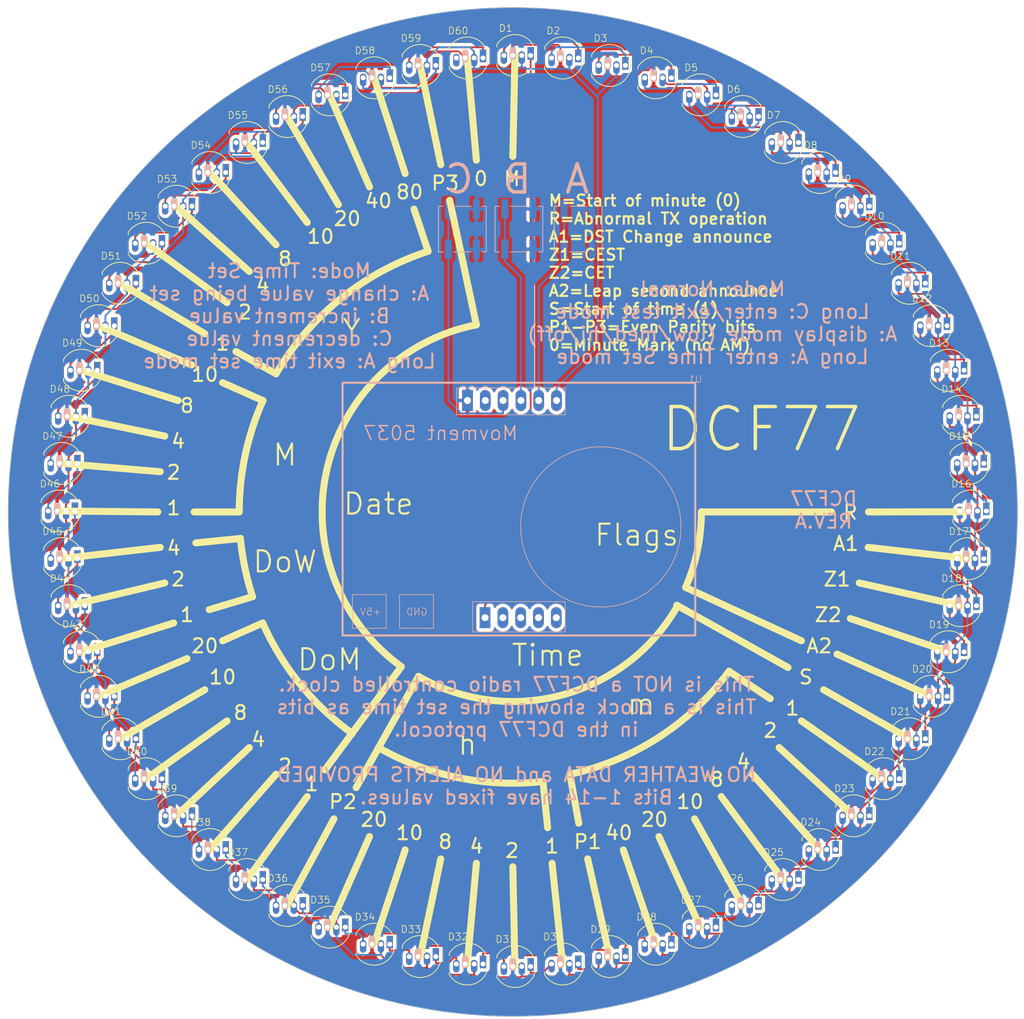
<source format=kicad_pcb>
(kicad_pcb (version 20221018) (generator pcbnew)
  (layers (0 "F.Cu" signal) (31 "B.Cu" signal) (34 "B.Paste" user) (35 "F.Paste" user) (36 "B.SilkS" user "B.Silkscreen") (37 "F.SilkS" user "F.Silkscreen") (38 "B.Mask" user) (39 "F.Mask" user) (44 "Edge.Cuts" user))
  (net 0 "")
  (net 1 "+5V")
  (net 2 "GND")
  (net 3 "Net-(D1-DOut)")
  (net 4 "/LEDD")
  (net 5 "Net-(D2-DOut)")
  (net 6 "Net-(D3-DOut)")
  (net 7 "Net-(D4-DOut)")
  (net 8 "Net-(D5-DOut)")
  (net 9 "Net-(D10-DIn)")
  (net 10 "Net-(D10-DOut)")
  (net 11 "Net-(D11-DOut)")
  (net 12 "Net-(D12-DOut)")
  (net 13 "Net-(D13-DOut)")
  (net 14 "Net-(D15-DOut)")
  (net 15 "Net-(D16-DOut)")
  (net 16 "Net-(D17-DOut)")
  (net 17 "Net-(D18-DOut)")
  (net 18 "Net-(D20-DOut)")
  (net 19 "Net-(D21-DOut)")
  (net 20 "Net-(D22-DOut)")
  (net 21 "Net-(D23-DOut)")
  (net 22 "Net-(D6-DOut)")
  (net 23 "Net-(D7-DOut)")
  (net 24 "Net-(D8-DOut)")
  (net 25 "Net-(D14-DOut)")
  (net 26 "Net-(D19-DOut)")
  (net 30 "Net-(D24-DOut)")
  (net 31 "Net-(D25-DOut)")
  (net 32 "Net-(D27-DOut)")
  (net 33 "Net-(D28-DOut)")
  (net 34 "Net-(D29-DOut)")
  (net 35 "/LedA/LEDD_CONT")
  (net 36 "Net-(D31-DOut)")
  (net 37 "Net-(D32-DOut)")
  (net 38 "Net-(D33-DOut)")
  (net 39 "Net-(D34-DOut)")
  (net 40 "Net-(D35-DOut)")
  (net 41 "Net-(U1-BTNA)")
  (net 42 "Net-(U1-BTNB)")
  (net 43 "Net-(U1-BTNC)")
  (net 46 "Net-(D26-DOut)")
  (net 47 "Net-(D36-DOut)")
  (net 48 "Net-(D37-DOut)")
  (net 49 "Net-(D38-DOut)")
  (net 50 "Net-(D39-DOut)")
  (net 51 "Net-(D40-DOut)")
  (net 52 "Net-(D41-DOut)")
  (net 53 "Net-(D42-DOut)")
  (net 54 "Net-(D43-DOut)")
  (net 55 "Net-(D44-DOut)")
  (net 56 "Net-(D45-DOut)")
  (net 57 "Net-(D46-DOut)")
  (net 58 "Net-(D47-DOut)")
  (net 59 "Net-(D48-DOut)")
  (net 60 "Net-(D49-DOut)")
  (net 61 "Net-(D50-DOut)")
  (net 62 "Net-(D51-DOut)")
  (net 63 "Net-(D52-DOut)")
  (net 64 "Net-(D53-DOut)")
  (net 65 "Net-(D54-DOut)")
  (net 66 "Net-(D55-DOut)")
  (net 67 "Net-(D56-DOut)")
  (net 68 "Net-(D57-DOut)")
  (net 69 "Net-(D58-DOut)")
  (net 70 "Net-(D59-DOut)")
  (footprint "ClockIt:WS2812-5MM" (layer "F.Cu") (at 71.8024 66.7261)
    (fp_text reference "D50")
    (fp_text value "~" hide)
  )
  (footprint "ClockIt:WS2812-5MM" (layer "F.Cu") (at 111.0968 154.9826)
    (fp_text reference "D34")
    (fp_text value "~" hide)
  )
  (footprint "ClockIt:WS2812-5MM" (layer "F.Cu") (at 98.6829 149.4556)
    (fp_text reference "D36")
    (fp_text value "~" hide)
  )
  (footprint "ClockIt:WS2812-5MM" (layer "F.Cu") (at 179.4873 49.6705)
    (fp_text reference "D9")
    (fp_text value "~" hide)
  )
  (footprint "ClockIt:WS2812-5MM" (layer "F.Cu") (at 87.6894 44.8595)
    (fp_text reference "D54")
    (fp_text value "~" hide)
  )
  (footprint "ClockIt:WS2812-5MM" (layer "F.Cu") (at 74.8912 125.664)
    (fp_text reference "D41")
    (fp_text value "~" hide)
  )
  (footprint "ClockIt:WS2812-5MM" (layer "F.Cu") (at 144.6972 156.7436)
    (fp_text reference "D29")
    (fp_text value "~" hide)
  )
  (footprint "ClockIt:WS2812-5MM" (layer "F.Cu") (at 190.5634 66.7261)
    (fp_text reference "D12")
    (fp_text value "~" hide)
  )
  (footprint "ClockIt:WS2812-5MM" (layer "F.Cu") (at 82.8785 49.6705)
    (fp_text reference "D53")
    (fp_text value "~" hide)
  )
  (footprint "ClockIt:WS2812-5MM" (layer "F.Cu") (at 74.8912 60.664)
    (fp_text reference "D51")
    (fp_text value "~" hide)
  )
  (footprint "ClockIt:WS2812-5MM" (layer "F.Cu") (at 104.745 33.7835)
    (fp_text reference "D57")
    (fp_text value "~" hide)
  )
  (footprint "ClockIt:WS2812-5MM" (layer "F.Cu") (at 111.0968 31.3453)
    (fp_text reference "D58")
    (fp_text value "~" hide)
  )
  (footprint "ClockIt:WS2812-5MM" (layer "F.Cu") (at 163.6829 149.4556)
    (fp_text reference "D26")
    (fp_text value "~" hide)
  )
  (footprint "ClockIt:WS2812-5MM" (layer "F.Cu") (at 151.269 154.9826)
    (fp_text reference "D28")
    (fp_text value "~" hide)
  )
  (footprint "ClockIt:WS2812-5MM" (layer "F.Cu") (at 67.6033 79.6497)
    (fp_text reference "D48")
    (fp_text value "~" hide)
  )
  (footprint "ClockIt:WS2812-5MM" (layer "F.Cu") (at 190.5634 119.6018)
    (fp_text reference "D20")
    (fp_text value "~" hide)
  )
  (footprint "ClockIt:WS2812-5MM" (layer "F.Cu") (at 193.0016 73.0779)
    (fp_text reference "D13")
    (fp_text value "~" hide)
  )
  (footprint "ClockIt:WS2812-5MM" (layer "F.Cu") (at 124.3885 28.52)
    (fp_text reference "D60")
    (fp_text value "~" hide)
  )
  (footprint "ClockIt:WS2812-5MM" (layer "F.Cu") (at 78.5968 131.37)
    (fp_text reference "D40")
    (fp_text value "~" hide)
  )
  (footprint "ClockIt:WS2812-5MM" (layer "F.Cu") (at 82.8785 136.6574)
    (fp_text reference "D39")
    (fp_text value "~" hide)
  )
  (footprint "ClockIt:WS2812-5MM" (layer "F.Cu") (at 183.769 54.9579)
    (fp_text reference "D10")
    (fp_text value "~" hide)
  )
  (footprint "ClockIt:WS2812-5MM" (layer "F.Cu") (at 71.8024 119.6018)
    (fp_text reference "D42")
    (fp_text value "~" hide)
  )
  (footprint "ClockIt:WS2812-5MM" (layer "F.Cu") (at 183.769 131.37)
    (fp_text reference "D22")
    (fp_text value "~" hide)
  )
  (footprint "ClockIt:WS2812-5MM" (layer "F.Cu") (at 78.5968 54.9579)
    (fp_text reference "D52")
    (fp_text value "~" hide)
  )
  (footprint "ClockIt:WS2812-5MM" (layer "F.Cu") (at 92.9769 145.7501)
    (fp_text reference "D37")
    (fp_text value "~" hide)
  )
  (footprint "ClockIt:WS2812-5MM" (layer "F.Cu") (at 151.269 31.3453)
    (fp_text reference "D4")
    (fp_text value "~" hide)
  )
  (footprint "ClockIt:WS2812-5MM" (layer "F.Cu") (at 66.539 86.3696)
    (fp_text reference "D47")
    (fp_text value "~" hide)
  )
  (footprint "ClockIt:WS2812-5MM" (layer "F.Cu") (at 187.4745 125.664)
    (fp_text reference "D21")
    (fp_text value "~" hide)
  )
  (footprint "ClockIt:WS2812-5MM" (layer "F.Cu") (at 117.6686 29.5844)
    (fp_text reference "D59")
    (fp_text value "~" hide)
  )
  (footprint "ClockIt:WS2812-5MM" (layer "F.Cu") (at 179.4873 136.6574)
    (fp_text reference "D23")
    (fp_text value "~" hide)
  )
  (footprint "ClockIt:WS2812-5MM" (layer "F.Cu") (at 92.9769 40.5779)
    (fp_text reference "D55")
    (fp_text value "~" hide)
  )
  (footprint "ClockIt:WS2812-5MM" (layer "F.Cu") (at 194.7625 79.6497)
    (fp_text reference "D14")
    (fp_text value "~" hide)
  )
  (footprint "ClockIt:WS2812-5MM" (layer "F.Cu") (at 124.3885 157.8079)
    (fp_text reference "D32")
    (fp_text value "~" hide)
  )
  (footprint "ClockIt:WS2812-5MM" (layer "F.Cu") (at 67.6033 106.6782)
    (fp_text reference "D44")
    (fp_text value "~" hide)
  )
  (footprint "ClockIt:WS2812-5MM" (layer "F.Cu") (at 169.3889 145.7501)
    (fp_text reference "D25")
    (fp_text value "~" hide)
  )
  (footprint "ClockIt:WS2812-5MM" (layer "F.Cu") (at 157.6208 152.5444)
    (fp_text reference "D27")
    (fp_text value "~" hide)
  )
  (footprint "ClockIt:WS2812-5MM" (layer "F.Cu") (at 137.9772 157.8079)
    (fp_text reference "D30")
    (fp_text value "~" hide)
  )
  (footprint "ClockIt:WS2812-5MM" (layer "F.Cu") (at 174.6764 44.8595)
    (fp_text reference "D8")
    (fp_text value "~" hide)
  )
  (footprint "ClockIt:WS2812-5MM" (layer "F.Cu") (at 157.6208 33.7835)
    (fp_text reference "D5")
    (fp_text value "~" hide)
  )
  (footprint "ClockIt:WS2812-5MM" (layer "F.Cu") (at 104.745 152.5444)
    (fp_text reference "D35")
    (fp_text value "~" hide)
  )
  (footprint "ClockIt:WS2812-5MM" (layer "F.Cu") (at 144.6972 29.5844)
    (fp_text reference "D3")
    (fp_text value "~" hide)
  )
  (footprint "ClockIt:WS2812-5MM" (layer "F.Cu") (at 174.6764 141.4684)
    (fp_text reference "D24")
    (fp_text value "~" hide)
  )
  (footprint "ClockIt:WS2812-5MM" (layer "F.Cu") (at 137.9772 28.52)
    (fp_text reference "D2")
    (fp_text value "~" hide)
  )
  (footprint "ClockIt:WS2812-5MM" (layer "F.Cu") (at 131.1829 28.164)
    (fp_text reference "D1")
    (fp_text value "~" hide)
  )
  (footprint "ClockIt:WS2812-5MM" (layer "F.Cu") (at 196.1829 93.164)
    (fp_text reference locked "D16")
    (fp_text value "~" hide)
  )
  (footprint "ClockIt:WS2812-5MM" (layer "F.Cu") (at 194.7625 106.6782)
    (fp_text reference "D18")
    (fp_text value "~" hide)
  )
  (footprint "ClockIt:WS2812-5MM" (layer "F.Cu") (at 195.8268 99.9583)
    (fp_text reference "D17")
    (fp_text value "~" hide)
  )
  (footprint "ClockIt:WS2812-5MM" (layer "F.Cu") (at 87.6894 141.4684)
    (fp_text reference "D38")
    (fp_text value "~" hide)
  )
  (footprint "ClockIt:WS2812-5MM" (layer "F.Cu") (at 98.6829 36.8723)
    (fp_text reference "D56")
    (fp_text value "~" hide)
  )
  (footprint "ClockIt:WS2812-5MM" (layer "F.Cu") (at 195.8268 86.3696)
    (fp_text reference "D15")
    (fp_text value "~" hide)
  )
  (footprint "ClockIt:WS2812-5MM" (layer "F.Cu") (at 117.6686 156.7436)
    (fp_text reference "D33")
    (fp_text value "~" hide)
  )
  (footprint "ClockIt:WS2812-5MM" (layer "F.Cu") (at 163.6829 36.8723)
    (fp_text reference "D6")
    (fp_text value "~" hide)
  )
  (footprint "ClockIt:WS2812-5MM" (layer "F.Cu") (at 66.1829 93.164)
    (fp_text reference "D46")
    (fp_text value "~" hide)
  )
  (footprint "ClockIt:WS2812-5MM" (layer "F.Cu") (at 66.539 99.9583)
    (fp_text reference "D45")
    (fp_text value "~" hide)
  )
  (footprint "ClockIt:WS2812-5MM" (layer "F.Cu") (at 169.3889 40.5779)
    (fp_text reference "D7")
    (fp_text value "~" hide)
  )
  (footprint "ClockIt:WS2812-5MM" (layer "F.Cu") (at 187.4745 60.664)
    (fp_text reference "D11")
    (fp_text value "~" hide)
  )
  (footprint "ClockIt:WS2812-5MM" (layer "F.Cu") (at 131.1829 158.164)
    (fp_text reference "D31")
    (fp_text value "~" hide)
  )
  (footprint "ClockIt:WS2812-5MM" (layer "F.Cu") (at 69.3642 113.2501)
    (fp_text reference "D43")
    (fp_text value "~" hide)
  )
  (footprint "ClockIt:WS2812-5MM" (layer "F.Cu") (at 69.3642 73.0779)
    (fp_text reference "D49")
    (fp_text value "~" hide)
  )
  (footprint "ClockIt:WS2812-5MM" (layer "F.Cu") (at 193.0016 113.2501)
    (fp_text reference "D19")
    (fp_text value "~" hide)
  )
  (footprint "ClockIt:Tactile SW SMD" (layer "B.Cu") (at 131.795 53.005 -90)
    (fp_text reference "SW2" hide)
    (fp_text value "SW_Push")
  )
  (footprint "ClockIt:Tactile SW SMD" (layer "B.Cu") (at 123.73 53.005 -90)
    (fp_text reference "SW3" hide)
    (fp_text value "SW_Push")
  )
  (footprint "ClockIt:Movement5037 TH" (layer "B.Cu") (at 156.94 74.93 180)
    (fp_text reference locked "U1")
    (fp_text value "~")
  )
  (footprint "ClockIt:Tactile SW SMD" (layer "B.Cu") (at 140.24 53.005 -90)
    (fp_text reference "SW1" hide)
    (fp_text value "SW_Push")
  )
  (gr_arc locked (start 157.823826 93.345964) (mid 157.258487 98.859459) (end 155.575 104.14) (stroke (width 1)) (layer "F.SilkS"))
  (gr_line locked (start 101.6 52.07) (end 93.021854 40.652854) (stroke (width 1)) (layer "F.SilkS"))
  (gr_line locked (start 93.021854 145.825064) (end 101.6 133.985) (stroke (width 1)) (layer "F.SilkS"))
  (gr_line locked (start 151.314 155.057633) (end 146.685 141.605) (stroke (width 1)) (layer "F.SilkS"))
  (gr_arc locked (start 115.027214 115.442027) (mid 104.360785 87.54312) (end 125.73 66.675) (stroke (width 1)) (layer "F.SilkS"))
  (gr_line locked (start 95.286838 77.486421) (end 89.535 74.93) (stroke (width 1)) (layer "F.SilkS"))
  (gr_line locked (start 87.734406 141.543373) (end 97.155 130.81) (stroke (width 1)) (layer "F.SilkS"))
  (gr_line locked (start 187.519546 125.738959) (end 175.26 118.745) (stroke (width 1)) (layer "F.SilkS"))
  (gr_line locked (start 90.17 63.5) (end 78.64179 55.032918) (stroke (width 1)) (layer "F.SilkS"))
  (gr_arc locked (start 161.774438 116.0941) (mid 151.762321 125.523941) (end 139.065 130.81) (stroke (width 1)) (layer "F.SilkS"))
  (gr_line locked (start 97.155 55.245) (end 87.734406 44.934545) (stroke (width 1)) (layer "F.SilkS"))
  (gr_arc locked (start 97.155 73.66) (mid 106.390175 62.924536) (end 118.843102 56.181893) (stroke (width 1)) (layer "F.SilkS"))
  (gr_line locked (start 80.294416 93.373959) (end 66.227895 93.238959) (stroke (width 1)) (layer "F.SilkS"))
  (gr_line locked (start 167.64 120.015) (end 162.081582 116.320336) (stroke (width 1)) (layer "F.SilkS"))
  (gr_line locked (start 183.814 131.445) (end 172.085 123.19) (stroke (width 1)) (layer "F.SilkS"))
  (gr_line locked (start 98.727895 149.53061) (end 105.41 137.16) (stroke (width 1)) (layer "F.SilkS"))
  (gr_line locked (start 104.790013 152.619414) (end 110.49 139.7) (stroke (width 1)) (layer "F.SilkS"))
  (gr_line locked (start 91.906208 93.373959) (end 85.477336 93.373959) (stroke (width 1)) (layer "F.SilkS"))
  (gr_line locked (start 193.046569 113.325064) (end 179.07 108.585) (stroke (width 1)) (layer "F.SilkS"))
  (gr_line locked (start 82.55 109.22) (end 69.409221 113.325064) (stroke (width 1)) (layer "F.SilkS"))
  (gr_line locked (start 114.935001 115.569999) (end 104.14 130.175) (stroke (width 1)) (layer "F.SilkS"))
  (gr_line locked (start 110.49 46.99) (end 104.790013 33.858504) (stroke (width 1)) (layer "F.SilkS"))
  (gr_line locked (start 86.995 67.945) (end 74.936244 60.738959) (stroke (width 1)) (layer "F.SilkS"))
  (gr_line locked (start 85.09 72.39) (end 71.84744 66.801077) (stroke (width 1)) (layer "F.SilkS"))
  (gr_line locked (start 125.73 66.675) (end 121.92 48.895) (stroke (width 1)) (layer "F.SilkS"))
  (gr_line locked (start 125.73 43.18) (end 124.433545 28.595036) (stroke (width 1)) (layer "F.SilkS"))
  (gr_line locked (start 115.57 45.085) (end 111.14179 31.420285) (stroke (width 1)) (layer "F.SilkS"))
  (gr_line locked (start 78.64179 131.445) (end 90.17 123.19) (stroke (width 1)) (layer "F.SilkS"))
  (gr_line locked (start 81.28 103.505) (end 67.648301 106.753219) (stroke (width 1)) (layer "F.SilkS"))
  (gr_line locked (start 69.409221 113.325064) (end 82.55 109.22) (stroke (width 0.15)) (layer "F.SilkS"))
  (gr_line locked (start 144.742155 156.818553) (end 141.605 142.875) (stroke (width 1)) (layer "F.SilkS"))
  (gr_line locked (start 174.721384 141.543373) (end 165.1 130.81) (stroke (width 1)) (layer "F.SilkS"))
  (gr_line locked (start 163.727895 149.53061) (end 156.845 137.16) (stroke (width 1)) (layer "F.SilkS"))
  (gr_line locked (start 131.227895 158.238959) (end 130.928895 144.013194) (stroke (width 1)) (layer "F.SilkS"))
  (gr_line locked (start 111.14179 155.057633) (end 115.57 141.605) (stroke (width 1)) (layer "F.SilkS"))
  (gr_line locked (start 67.648301 106.753219) (end 81.28 103.505) (stroke (width 0.15)) (layer "F.SilkS"))
  (gr_line locked (start 71.84744 119.676841) (end 84.455 114.3) (stroke (width 1)) (layer "F.SilkS"))
  (gr_line locked (start 74.936244 125.738959) (end 86.995 118.745) (stroke (width 1)) (layer "F.SilkS"))
  (gr_line locked (start 106.045 49.53) (end 98.727895 36.947308) (stroke (width 1)) (layer "F.SilkS"))
  (gr_line locked (start 95.25 109.22) (end 89.535 111.76) (stroke (width 1)) (layer "F.SilkS"))
  (gr_line locked (start 155.575 104.14) (end 172.085 111.76) (stroke (width 1)) (layer "F.SilkS"))
  (gr_line locked (start 117.713635 156.818553) (end 120.65 142.875) (stroke (width 1)) (layer "F.SilkS"))
  (gr_line locked (start 179.532309 136.732448) (end 168.91 127) (stroke (width 1)) (layer "F.SilkS"))
  (gr_line locked (start 194.807489 106.753219) (end 180.34 103.505) (stroke (width 1)) (layer "F.SilkS"))
  (gr_arc locked (start 154.436607 106.754912) (mid 138.049082 119.469272) (end 117.475 116.839999) (stroke (width 1)) (layer "F.SilkS"))
  (gr_line locked (start 93.345 59.055) (end 82.923481 49.74547) (stroke (width 1)) (layer "F.SilkS"))
  (gr_line locked (start 92.075 97.155) (end 85.725 97.79) (stroke (width 1)) (layer "F.SilkS"))
  (gr_line locked (start 108.585 132.715) (end 117.475 116.84) (stroke (width 1)) (layer "F.SilkS"))
  (gr_line locked (start 82.923481 136.732448) (end 93.345 127) (stroke (width 1)) (layer "F.SilkS"))
  (gr_line locked (start 157.978154 93.373959) (end 176.380454 93.373959) (stroke (width 1)) (layer "F.SilkS"))
  (gr_line locked (start 118.843102 56.181893) (end 116.84 50.165) (stroke (width 1)) (layer "F.SilkS"))
  (gr_line locked (start 140.335 137.795) (end 139.065 130.81) (stroke (width 1)) (layer "F.SilkS"))
  (gr_line locked (start 195.871818 100.033309) (end 181.61 98.425) (stroke (width 1)) (layer "F.SilkS"))
  (gr_line locked (start 194.945 93.345) (end 181.658186 93.373959) (stroke (width 1)) (layer "F.SilkS"))
  (gr_arc locked (start 93.811137 105.465007) (mid 92.716501 101.357338) (end 92.075 97.155) (stroke (width 1)) (layer "F.SilkS"))
  (gr_line locked (start 66.583972 100.033309) (end 80.645 98.425) (stroke (width 0.15)) (layer "F.SilkS"))
  (gr_line locked (start 131.227895 28.238959) (end 130.928895 42.644667) (stroke (width 1)) (layer "F.SilkS"))
  (gr_line locked (start 124.433545 157.882882) (end 125.73 143.51) (stroke (width 1)) (layer "F.SilkS"))
  (gr_line locked (start 80.645 87.63) (end 66.583972 86.444609) (stroke (width 1)) (layer "F.SilkS"))
  (gr_line locked (start 97.155 73.66) (end 91.44 70.485) (stroke (width 1)) (layer "F.SilkS"))
  (gr_line locked (start 190.60835 119.676841) (end 177.165 113.665) (stroke (width 1)) (layer "F.SilkS"))
  (gr_line locked (start 138.022245 157.882882) (end 136.525 143.51) (stroke (width 1)) (layer "F.SilkS"))
  (gr_line locked (start 93.811137 105.465007) (end 87.63 107.315) (stroke (width 1)) (layer "F.SilkS"))
  (gr_line locked (start 120.65 43.815) (end 117.713635 29.659365) (stroke (width 1)) (layer "F.SilkS"))
  (gr_line locked (start 135.255 132.08) (end 135.89 138.43) (stroke (width 1)) (layer "F.SilkS"))
  (gr_arc locked (start 108.026312 124.989655) (mid 100.59545 117.949611) (end 95.25 109.22) (stroke (width 1)) (layer "F.SilkS"))
  (gr_line locked (start 169.433936 145.825064) (end 160.655 133.985) (stroke (width 1)) (layer "F.SilkS"))
  (gr_arc locked (start 91.906208 93.373959) (mid 92.760722 85.252344) (end 95.286838 77.486421) (stroke (width 1)) (layer "F.SilkS"))
  (gr_line locked (start 80.645 98.425) (end 66.583972 100.033309) (stroke (width 1)) (layer "F.SilkS"))
  (gr_line locked (start 170.18 115.57) (end 154.305 106.68) (stroke (width 1)) (layer "F.SilkS"))
  (gr_line locked (start 157.665777 152.619414) (end 151.765 139.7) (stroke (width 1)) (layer "F.SilkS"))
  (gr_line locked (start 81.28 82.55) (end 67.648301 79.724699) (stroke (width 1)) (layer "F.SilkS"))
  (gr_arc locked (start 135.228228 131.840484) (mid 123.110101 131.28206) (end 111.76 127) (stroke (width 1)) (layer "F.SilkS"))
  (gr_line locked (start 83.185 77.47) (end 69.409221 73.152854) (stroke (width 1)) (layer "F.SilkS"))
  (gr_circle locked (center 130.928895 93.373959) (end 202.928895 93.373959) (stroke (width 0.1)) (fill none) (layer "Edge.Cuts"))
  (gr_text locked "C" (at 125.635 48.225) (layer "B.SilkS") (effects (font (size 4 4) (thickness 0.5)) (justify left bottom mirror)))
  (gr_text locked "This is NOT a DCF77 radio controlled clock.\nThis is a clock showing the set time as bits\nin the DCF77 protocol.\n\nNO WEATHER DATA and NO ALERTS PROVIDED\nBits 1-14 have fixed values." (at 131.445 135.255) (layer "B.SilkS") (effects (font (size 2 2) (thickness 0.3)) (justify bottom mirror)))
  (gr_text locked "Mode: Time Set\nA: change value being set\nB: increment value\nC: decrement value\nLong A: exit time set mode" (at 99.06 73.025) (layer "B.SilkS") (effects (font (size 2 2) (thickness 0.3)) (justify bottom mirror)))
  (gr_text locked "Mode: Normal\nLong C: enter/exit test mode\nA: display mode (low/med/hi/off)\nLong A: enter Time Set mode" (at 159.385 72.39) (layer "B.SilkS") (effects (font (size 2 2) (thickness 0.3)) (justify bottom mirror)))
  (gr_text locked "A" (at 142.145 48.225) (layer "B.SilkS") (effects (font (size 4 4) (thickness 0.5)) (justify left bottom mirror)))
  (gr_text locked "B" (at 133.89 48.225) (layer "B.SilkS") (effects (font (size 4 4) (thickness 0.5)) (justify left bottom mirror)))
  (gr_text locked "DCF77\nREV.A" (at 175.26 95.885) (layer "B.SilkS") (effects (font (size 2 2) (thickness 0.3)) (justify bottom mirror)))
  (gr_text locked "P1" (at 141.605 141.605) (layer "F.SilkS") (effects (font (size 2 2) (thickness 0.3)) (justify bottom)))
  (gr_text locked "40" (at 146.05 140.335) (layer "F.SilkS") (effects (font (size 2 2) (thickness 0.3)) (justify bottom)))
  (gr_text locked "2" (at 82.55 88.9) (layer "F.SilkS") (effects (font (size 2 2) (thickness 0.3)) (justify bottom)))
  (gr_text locked "2" (at 83.185 104.14) (layer "F.SilkS") (effects (font (size 2 2) (thickness 0.3)) (justify bottom)))
  (gr_text locked "20" (at 86.995 113.665) (layer "F.SilkS") (effects (font (size 2 2) (thickness 0.3)) (justify bottom)))
  (gr_text locked "4" (at 94.615 127) (layer "F.SilkS") (effects (font (size 2 2) (thickness 0.3)) (justify bottom)))
  (gr_text locked "10" (at 103.505 55.245) (layer "F.SilkS") (effects (font (size 2 2) (thickness 0.3)) (justify bottom)))
  (gr_text locked "10" (at 86.995 74.93) (layer "F.SilkS") (effects (font (size 2 2) (thickness 0.3)) (justify bottom)))
  (gr_text locked "1" (at 170.815 122.555) (layer "F.SilkS") (effects (font (size 2 2) (thickness 0.3)) (justify bottom)))
  (gr_text locked "P2" (at 106.68 135.89) (layer "F.SilkS") (effects (font (size 2 2) (thickness 0.3)) (justify bottom)))
  (gr_text locked "1" (at 84.455 109.22) (layer "F.SilkS") (effects (font (size 2 2) (thickness 0.3)) (justify bottom)))
  (gr_text locked "M=Start of minute (0)\nR=Abnormal TX operation\nA1=DST Change announce\nZ1=CEST\nZ2=CET\nA2=Leap second announce\nS=Start of time (1)\nP1-P3=Even Parity bits\n0=Minute Mark (no AM)" (at 135.89 70.485) (layer "F.SilkS") (effects (font (size 1.6 1.6) (thickness 0.3)) (justify left bottom)))
  (gr_text locked "2" (at 130.81 142.875) (layer "F.SilkS") (effects (font (size 2 2) (thickness 0.3)) (justify bottom)))
  (gr_text locked "1" (at 89.535 70.485) (layer "F.SilkS") (effects (font (size 2 2) (thickness 0.3)) (justify bottom)))
  (gr_text locked "4" (at 163.83 130.175) (layer "F.SilkS") (effects (font (size 2 2) (thickness 0.3)) (justify bottom)))
  (gr_text locked "Date" (at 111.76 93.98) (layer "F.SilkS") (effects (font (size 3 3) (thickness 0.3)) (justify bottom)))
  (gr_text locked "1" (at 136.525 142.24) (layer "F.SilkS") (effects (font (size 2 2) (thickness 0.3)) (justify bottom)))
  (gr_text locked "8" (at 92.075 123.19) (layer "F.SilkS") (effects (font (size 2 2) (thickness 0.3)) (justify bottom)))
  (gr_text locked "20" (at 111.125 138.43) (layer "F.SilkS") (effects (font (size 2 2) (thickness 0.3)) (justify bottom)))
  (gr_text locked "8" (at 84.455 79.375) (layer "F.SilkS") (effects (font (size 2 2) (thickness 0.3)) (justify bottom)))
  (gr_text locked "20" (at 151.13 138.43) (layer "F.SilkS") (effects (font (size 2 2) (thickness 0.3)) (justify bottom)))
  (gr_text locked "A2" (at 174.625 113.665) (layer "F.SilkS") (effects (font (size 2 2) (thickness 0.3)) (justify bottom)))
  (gr_text locked "Z1" (at 177.165 104.14) (layer "F.SilkS") (effects (font (size 2 2) (thickness 0.3)) (justify bottom)))
  (gr_text locked "10" (at 156.21 135.89) (layer "F.SilkS") (effects (font (size 2 2) (thickness 0.3)) (justify bottom)))
  (gr_text locked "Flags" (at 148.59 98.425) (layer "F.SilkS") (effects (font (size 3 3) (thickness 0.3)) (justify bottom)))
  (gr_text locked "4" (at 95.25 62.23) (layer "F.SilkS") (effects (font (size 2 2) (thickness 0.3)) (justify bottom)))
  (gr_text locked "8" (at 160.02 132.715) (layer "F.SilkS") (effects (font (size 2 2) (thickness 0.3)) (justify bottom)))
  (gr_text locked "M" (at 130.81 46.99) (layer "F.SilkS") (effects (font (size 2 2) (thickness 0.3)) (justify bottom)))
  (gr_text locked "2" (at 92.71 66.04) (layer "F.SilkS") (effects (font (size 2 2) (thickness 0.3)) (justify bottom)))
  (gr_text locked "4" (at 125.73 142.24) (layer "F.SilkS") (effects (font (size 2 2) (thickness 0.3)) (justify bottom)))
  (gr_text locked "80" (at 116.205 48.895) (layer "F.SilkS") (effects (font (size 2 2) (thickness 0.3)) (justify bottom)))
  (gr_text locked "m" (at 149.225 122.555) (layer "F.SilkS") (effects (font (size 3 3) (thickness 0.3)) (justify bottom)))
  (gr_text locked "S" (at 172.72 118.11) (layer "F.SilkS") (effects (font (size 2 2) (thickness 0.3)) (justify bottom)))
  (gr_text locked "R" (at 179.07 94.615) (layer "F.SilkS") (effects (font (size 2 2) (thickness 0.3)) (justify bottom)))
  (gr_text locked "h" (at 124.46 128.27) (layer "F.SilkS") (effects (font (size 3 3) (thickness 0.3)) (justify bottom)))
  (gr_text locked "DCF77" (at 166.37 85.09) (layer "F.SilkS") (effects (font (size 6 6) (thickness 0.5) bold) (justify bottom)))
  (gr_text locked "1" (at 82.55 93.98) (layer "F.SilkS") (effects (font (size 2 2) (thickness 0.3)) (justify bottom)))
  (gr_text locked "A1" (at 178.435 99.06) (layer "F.SilkS") (effects (font (size 2 2) (thickness 0.3)) (justify bottom)))
  (gr_text locked "Time" (at 135.89 115.57) (layer "F.SilkS") (effects (font (size 3 3) (thickness 0.3)) (justify bottom)))
  (gr_text locked "DoW" (at 98.425 102.235) (layer "F.SilkS") (effects (font (size 3 3) (thickness 0.3)) (justify bottom)))
  (gr_text locked "10" (at 89.535 118.11) (layer "F.SilkS") (effects (font (size 2 2) (thickness 0.3)) (justify bottom)))
  (gr_text locked "4" (at 83.185 84.455) (layer "F.SilkS") (effects (font (size 2 2) (thickness 0.3)) (justify bottom)))
  (gr_text locked "4" (at 82.55 99.695) (layer "F.SilkS") (effects (font (size 2 2) (thickness 0.3)) (justify bottom)))
  (gr_text locked "2" (at 98.425 130.81) (layer "F.SilkS") (effects (font (size 2 2) (thickness 0.3)) (justify bottom)))
  (gr_text locked "0" (at 126.365 46.99) (layer "F.SilkS") (effects (font (size 2 2) (thickness 0.3)) (justify bottom)))
  (gr_text locked "20" (at 107.315 52.705) (layer "F.SilkS") (effects (font (size 2 2) (thickness 0.3)) (justify bottom)))
  (gr_text locked "Y" (at 107.95 69.215) (layer "F.SilkS") (effects (font (size 3 3) (thickness 0.3)) (justify bottom)))
  (gr_text locked "M" (at 98.425 86.995) (layer "F.SilkS") (effects (font (size 3 3) (thickness 0.3)) (justify bottom)))
  (gr_text locked "10" (at 116.205 140.335) (layer "F.SilkS") (effects (font (size 2 2) (thickness 0.3)) (justify bottom)))
  (gr_text locked "P3" (at 121.285 47.625) (layer "F.SilkS") (effects (font (size 2 2) (thickness 0.3)) (justify bottom)))
  (gr_text locked "DoM" (at 104.775 116.205) (layer "F.SilkS") (effects (font (size 3 3) (thickness 0.3)) (justify bottom)))
  (gr_text locked "2" (at 167.64 125.73) (layer "F.SilkS") (effects (font (size 2 2) (thickness 0.3)) (justify bottom)))
  (gr_text locked "Z2" (at 175.895 109.22) (layer "F.SilkS") (effects (font (size 2 2) (thickness 0.3)) (justify bottom)))
  (gr_text locked "8" (at 98.425 58.42) (layer "F.SilkS") (effects (font (size 2 2) (thickness 0.3)) (justify bottom)))
  (gr_text locked "1" (at 102.235 133.35) (layer "F.SilkS") (effects (font (size 2 2) (thickness 0.3)) (justify bottom)))
  (gr_text locked "40" (at 111.76 50.165) (layer "F.SilkS") (effects (font (size 2 2) (thickness 0.3)) (justify bottom)))
  (gr_text locked "8" (at 121.285 141.605) (layer "F.SilkS") (effects (font (size 2 2) (thickness 0.3)) (justify bottom)))
  (segment locked (start 94.5929 39.126) (end 99.0471 39.126) (width 0.25) (layer "F.Cu") (net 1))
  (segment locked (start 145.7132 157.744) (end 145.7132 158.3455) (width 0.25) (layer "F.Cu") (net 1))
  (segment locked (start 125.7606 159.7659) (end 132.0855 159.7659) (width 0.25) (layer "F.Cu") (net 1))
  (segment locked (start 112.1128 155.0576) (end 112.1128 156.5845) (width 0.25) (layer "F.Cu") (net 1))
  (segment locked (start 67.555 86.4446) (end 67.555 85.5177) (width 0.25) (layer "F.Cu") (net 1))
  (segment locked (start 67.1989 93.239) (end 67.1989 92.3121) (width 0.25) (layer "F.Cu") (net 1))
  (segment locked (start 175.6924 46.4614) (end 178.1461 46.4614) (width 0.25) (layer "F.Cu") (net 1))
  (segment locked (start 170.4049 40.6529) (end 170.4049 39.726) (width 0.25) (layer "F.Cu") (net 1))
  (segment locked (start 156.1986 156.5845) (end 158.6368 154.1463) (width 0.25) (layer "F.Cu") (net 1))
  (segment locked (start 79.6128 130.5095) (end 79.6128 131.445) (width 0.25) (layer "F.Cu") (net 1))
  (segment locked (start 180.5033 49.7455) (end 180.5033 48.8186) (width 0.25) (layer "F.Cu") (net 1))
  (segment locked (start 79.6128 131.445) (end 79.6128 132.9719) (width 0.25) (layer "F.Cu") (net 1))
  (segment locked (start 176.2924 140.0165) (end 178.7461 140.0165) (width 0.25) (layer "F.Cu") (net 1))
  (segment locked (start 164.6989 148.6037) (end 165.2989 148.0037) (width 0.25) (layer "F.Cu") (net 1))
  (segment locked (start 145.7132 157.744) (end 145.7147 157.7455) (width 0.25) (layer "F.Cu") (net 1))
  (segment locked (start 99.6989 148.6037) (end 98.4472 147.352) (width 0.25) (layer "F.Cu") (net 1))
  (segment locked (start 158.6368 32.9316) (end 158.0004 32.2952) (width 0.25) (layer "F.Cu") (net 1))
  (segment locked (start 196.8428 101.5602) (end 195.7785 102.6245) (width 0.25) (layer "F.Cu") (net 1))
  (segment locked (start 165.2989 148.0037) (end 169.7532 148.0037) (width 0.25) (layer "F.Cu") (net 1))
  (segment locked (start 68.6193 84.4534) (end 68.6193 79.7247) (width 0.25) (layer "F.Cu") (net 1))
  (segment locked (start 100.5019 150.6421) (end 99.6989 149.8391) (width 0.25) (layer "F.Cu") (net 1))
  (segment locked (start 158.6368 153.5448) (end 158.6368 154.1463) (width 0.25) (layer "F.Cu") (net 1))
  (segment locked (start 158.6368 152.6194) (end 158.6368 153.5448) (width 0.25) (layer "F.Cu") (net 1))
  (segment locked (start 88.7054 141.5434) (end 88.7054 140.6165) (width 0.25) (layer "F.Cu") (net 1))
  (segment locked (start 67.1989 92.3121) (end 67.555 91.956) (width 0.25) (layer "F.Cu") (net 1))
  (segment locked (start 125.4045 157.8829) (end 125.4045 159.4098) (width 0.25) (layer "F.Cu") (net 1))
  (segment locked (start 175.6924 44.9345) (end 175.6924 46.4614) (width 0.25) (layer "F.Cu") (net 1))
  (segment locked (start 151.124 157.7455) (end 152.285 156.5845) (width 0.25) (layer "F.Cu") (net 1))
  (segment locked (start 178.1461 46.4614) (end 180.5033 48.8186) (width 0.25) (layer "F.Cu") (net 1))
  (segment locked (start 196.8428 100.0333) (end 196.8428 101.5602) (width 0.25) (layer "F.Cu") (net 1))
  (segment locked (start 67.555 91.956) (end 67.555 86.4446) (width 0.25) (layer "F.Cu") (net 1))
  (segment locked (start 169.1531 38.4742) (end 164.6989 38.4742) (width 0.25) (layer "F.Cu") (net 1))
  (segment locked (start 162.2101 153.5463) (end 158.6383 153.5463) (width 0.25) (layer "F.Cu") (net 1))
  (segment locked (start 170.4049 144.8982) (end 171.0049 144.2982) (width 0.25) (layer "F.Cu") (net 1))
  (segment locked (start 105.761 34.972) (end 105.761 35.3854) (width 0.25) (layer "F.Cu") (net 1))
  (segment locked (start 110.088 34.972) (end 112.1128 32.9472) (width 0.25) (layer "F.Cu") (net 1))
  (segment locked (start 164.6989 149.8806) (end 164.6989 149.5306) (width 0.25) (layer "F.Cu") (net 1))
  (segment locked (start 138.9932 159.2223) (end 138.9932 159.2602) (width 0.25) (layer "F.Cu") (net 1))
  (segment locked (start 196.8428 86.4446) (end 196.8428 87.9715) (width 0.25) (layer "F.Cu") (net 1))
  (segment locked (start 67.555 85.5177) (end 68.6193 84.4534) (width 0.25) (layer "F.Cu") (net 1))
  (segment locked (start 175.6924 141.5434) (end 175.6924 140.6165) (width 0.25) (layer "F.Cu") (net 1))
  (segment locked (start 67.555 100.0333) (end 67.555 95.122) (width 0.25) (layer "F.Cu") (net 1))
  (segment locked (start 152.9696 32.3472) (end 152.285 31.6626) (width 0.25) (layer "F.Cu") (net 1))
  (segment locked (start 75.9072 127.2659) (end 76.3692 127.2659) (width 0.25) (layer "F.Cu") (net 1))
  (segment locked (start 100.3339 35.3854) (end 105.761 35.3854) (width 0.25) (layer "F.Cu") (net 1))
  (segment locked (start 188.4905 125.739) (end 188.4905 127.2659) (width 0.25) (layer "F.Cu") (net 1))
  (segment locked (start 93.9929 145.8251) (end 93.9929 144.8982) (width 0.25) (layer "F.Cu") (net 1))
  (segment locked (start 75.9072 125.739) (end 75.9072 127.2659) (width 0.25) (layer "F.Cu") (net 1))
  (segment locked (start 118.6846 29.6594) (end 118.6846 31.1863) (width 0.25) (layer "F.Cu") (net 1))
  (segment locked (start 188.0372 127.2659) (end 184.785 130.5181) (width 0.25) (layer "F.Cu") (net 1))
  (segment locked (start 138.9932 159.2602) (end 138.9932 159.4098) (width 0.25) (layer "F.Cu") (net 1))
  (segment locked (start 93.9929 39.726) (end 94.5929 39.126) (width 0.25) (layer "F.Cu") (net 1))
  (segment locked (start 93.9929 145.8251) (end 93.9929 147.352) (width 0.25) (layer "F.Cu") (net 1))
  (segment locked (start 88.7054 141.5434) (end 88.7054 143.0703) (width 0.25) (layer "F.Cu") (net 1))
  (segment locked (start 144.6489 159.4098) (end 145.7132 158.3455) (width 0.25) (layer "F.Cu") (net 1))
  (segment locked (start 183.3369 132.9719) (end 184.785 132.9719) (width 0.25) (layer "F.Cu") (net 1))
  (segment locked (start 175.6924 140.6165) (end 176.2924 140.0165) (width 0.25) (layer "F.Cu") (net 1))
  (segment locked (start 197.1989 93.239) (end 197.1989 88.3276) (width 0.25) (layer "F.Cu") (net 1))
  (segment locked (start 105.761 152.6194) (end 105.761 151.6925) (width 0.25) (layer "F.Cu") (net 1))
  (segment locked (start 164.6989 149.5306) (end 164.6989 148.6037) (width 0.25) (layer "F.Cu") (net 1))
  (segment locked (start 83.8945 136.7324) (end 83.8945 135.7869) (width 0.25) (layer "F.Cu") (net 1))
  (segment locked (start 194.0176 113.3251) (end 194.0176 114.852) (width 0.25) (layer "F.Cu") (net 1))
  (segment locked (start 68.6193 109.3745) (end 70.3802 111.1354) (width 0.25) (layer "F.Cu") (net 1))
  (segment locked (start 93.9929 40.6529) (end 93.9929 39.726) (width 0.25) (layer "F.Cu") (net 1))
  (segment locked (start 132.1989 159.6525) (end 138.7505 159.6525) (width 0.25) (layer "F.Cu") (net 1))
  (segment locked (start 112.1128 32.8403) (end 112.1128 32.9472) (width 0.25) (layer "F.Cu") (net 1))
  (segment locked (start 164.6989 149.8806) (end 164.6989 151.0575) (width 0.25) (layer "F.Cu") (net 1))
  (segment locked (start 93.9929 144.8982) (end 92.165 143.0703) (width 0.25) (layer "F.Cu") (net 1))
  (segment locked (start 68.6193 106.7532) (end 68.6193 109.3745) (width 0.25) (layer "F.Cu") (net 1))
  (segment locked (start 99.6989 149.8391) (end 99.6989 149.5306) (width 0.25) (layer "F.Cu") (net 1))
  (segment locked (start 105.761 34.972) (end 110.088 34.972) (width 0.25) (layer "F.Cu") (net 1))
  (segment locked (start 113.9588 158.4305) (end 112.1128 156.5845) (width 0.25) (layer "F.Cu") (net 1))
  (segment locked (start 194.0176 114.852) (end 191.5794 117.2902) (width 0.25) (layer "F.Cu") (net 1))
  (segment locked (start 174.4645 144.2982) (end 175.6924 143.0703) (width 0.25) (layer "F.Cu") (net 1))
  (segment locked (start 158.6368 33.8585) (end 158.6368 32.9316) (width 0.25) (layer "F.Cu") (net 1))
  (segment locked (start 118.6846 158.3455) (end 119.7489 159.4098) (width 0.25) (layer "F.Cu") (net 1))
  (segment locked (start 118.6846 158.344) (end 118.6846 158.3455) (width 0.25) (layer "F.Cu") (net 1))
  (segment locked (start 132.1989 158.239) (end 132.1989 159.6525) (width 0.25) (layer "F.Cu") (net 1))
  (segment locked (start 138.7505 159.6525) (end 138.9932 159.4098) (width 0.25) (layer "F.Cu") (net 1))
  (segment locked (start 99.6989 36.9473) (end 99.6989 36.0204) (width 0.25) (layer "F.Cu") (net 1))
  (segment locked (start 170.4049 145.8251) (end 170.4049 144.8982) (width 0.25) (layer "F.Cu") (net 1))
  (segment locked (start 164.6989 36.9473) (end 164.6989 38.4742) (width 0.25) (layer "F.Cu") (net 1))
  (segment locked (start 188.4905 127.2659) (end 188.0372 127.2659) (width 0.25) (layer "F.Cu") (net 1))
  (segment locked (start 98.4472 147.352) (end 93.9929 147.352) (width 0.25) (layer "F.Cu") (net 1))
  (segment locked (start 154.2404 32.3472) (end 152.9696 32.3472) (width 0.25) (layer "F.Cu") (net 1))
  (segment locked (start 145.7132 156.8186) (end 145.7132 157.744) (width 0.25) (layer "F.Cu") (net 1))
  (segment locked (start 118.6846 158.2321) (end 118.6846 158.344) (width 0.25) (layer "F.Cu") (net 1))
  (segment locked (start 132.0855 159.7659) (end 132.1989 159.6525) (width 0.25) (layer "F.Cu") (net 1))
  (segment locked (start 118.6846 158.344) (end 118.5981 158.4305) (width 0.25) (layer "F.Cu") (net 1))
  (segment locked (start 70.3802 111.1354) (end 70.3802 113.3251) (width 0.25) (layer "F.Cu") (net 1))
  (segment locked (start 171.0049 144.2982) (end 174.4645 144.2982) (width 0.25) (layer "F.Cu") (net 1))
  (segment locked (start 112.1128 31.4203) (end 112.1128 32.8403) (width 0.25) (layer "F.Cu") (net 1))
  (segment locked (start 175.6924 141.5434) (end 175.6924 143.0703) (width 0.25) (layer "F.Cu") (net 1))
  (segment locked (start 118.6846 156.8186) (end 118.6846 158.2321) (width 0.25) (layer "F.Cu") (net 1))
  (segment locked (start 184.785 131.445) (end 184.785 132.9719) (width 0.25) (layer "F.Cu") (net 1))
  (segment locked (start 180.5033 136.7324) (end 180.5033 135.8055) (width 0.25) (layer "F.Cu") (net 1))
  (segment locked (start 92.165 143.0703) (end 88.7054 143.0703) (width 0.25) (layer "F.Cu") (net 1))
  (segment locked (start 180.5033 135.8055) (end 183.3369 132.9719) (width 0.25) (layer "F.Cu") (net 1))
  (segment locked (start 67.1989 93.239) (end 67.1989 94.7659) (width 0.25) (layer "F.Cu") (net 1))
  (segment locked (start 138.9932 159.4098) (end 144.6489 159.4098) (width 0.25) (layer "F.Cu") (net 1))
  (segment locked (start 158.0004 32.2952) (end 154.2924 32.2952) (width 0.25) (layer "F.Cu") (net 1))
  (segment locked (start 99.6989 36.0204) (end 100.3339 35.3854) (width 0.25) (layer "F.Cu") (net 1))
  (segment locked (start 83.8945 135.7869) (end 81.0795 132.9719) (width 0.25) (layer "F.Cu") (net 1))
  (segment locked (start 88.7054 140.6165) (end 86.3482 138.2593) (width 0.25) (layer "F.Cu") (net 1))
  (segment locked (start 138.9932 157.8829) (end 138.9932 159.2223) (width 0.25) (layer "F.Cu") (net 1))
  (segment locked (start 169.7532 148.0037) (end 170.4049 147.352) (width 0.25) (layer "F.Cu") (net 1))
  (segment locked (start 154.2924 32.2952) (end 154.2404 32.3472) (width 0.25) (layer "F.Cu") (net 1))
  (segment locked (start 152.285 155.0576) (end 152.285 156.5845) (width 0.25) (layer "F.Cu") (net 1))
  (segment locked (start 197.1989 88.3276) (end 196.8428 87.9715) (width 0.25) (layer "F.Cu") (net 1))
  (segment locked (start 152.285 156.5845) (end 156.1986 156.5845) (width 0.25) (layer "F.Cu") (net 1))
  (segment locked (start 164.6989 151.0575) (end 162.2101 153.5463) (width 0.25) (layer "F.Cu") (net 1))
  (segment locked (start 99.0471 39.126) (end 99.6989 38.4742) (width 0.25) (layer "F.Cu") (net 1))
  (segment locked (start 81.0795 132.9719) (end 79.6128 132.9719) (width 0.25) (layer "F.Cu") (net 1))
  (segment locked (start 191.5794 117.2902) (end 191.5794 119.6768) (width 0.25) (layer "F.Cu") (net 1))
  (segment locked (start 99.6989 36.9473) (end 99.6989 38.4742) (width 0.25) (layer "F.Cu") (net 1))
  (segment locked (start 83.8945 136.7324) (end 83.8945 138.2593) (width 0.25) (layer "F.Cu") (net 1))
  (segment locked (start 67.555 95.122) (end 67.1989 94.7659) (width 0.25) (layer "F.Cu") (net 1))
  (segment locked (start 158.6383 153.5463) (end 158.6368 153.5448) (width 0.25) (layer "F.Cu") (net 1))
  (segment locked (start 104.7106 150.6421) (end 100.5019 150.6421) (width 0.25) (layer "F.Cu") (net 1))
  (segment locked (start 105.761 33.8585) (end 105.761 34.972) (width 0.25) (layer "F.Cu") (net 1))
  (segment locked (start 152.285 31.6626) (end 152.285 31.4203) (width 0.25) (layer "F.Cu") (net 1))
  (segment locked (start 184.785 131.445) (end 184.785 130.5181) (width 0.25) (layer "F.Cu") (net 1))
  (segment locked (start 117.0306 32.8403) (end 112.1128 32.8403) (width 0.25) (layer "F.Cu") (net 1))
  (segment locked (start 105.761 151.6925) (end 104.7106 150.6421) (width 0.25) (layer "F.Cu") (net 1))
  (segment locked (start 118.6846 31.1863) (end 117.0306 32.8403) (width 0.25) (layer "F.Cu") (net 1))
  (segment locked (start 145.7147 157.7455) (end 151.124 157.7455) (width 0.25) (layer "F.Cu") (net 1))
  (segment locked (start 170.4049 145.8251) (end 170.4049 147.352) (width 0.25) (layer "F.Cu") (net 1))
  (segment locked (start 119.7489 159.4098) (end 125.4045 159.4098) (width 0.25) (layer "F.Cu") (net 1))
  (segment locked (start 99.6989 149.5306) (end 99.6989 148.6037) (width 0.25) (layer "F.Cu") (net 1))
  (segment locked (start 178.7461 140.0165) (end 180.5033 138.2593) (width 0.25) (layer "F.Cu") (net 1))
  (segment locked (start 195.7785 102.6245) (end 195.7785 106.7532) (width 0.25) (layer "F.Cu") (net 1))
  (segment locked (start 86.3482 138.2593) (end 83.8945 138.2593) (width 0.25) (layer "F.Cu") (net 1))
  (segment locked (start 180.5033 136.7324) (end 180.5033 138.2593) (width 0.25) (layer "F.Cu") (net 1))
  (segment locked (start 118.5981 158.4305) (end 113.9588 158.4305) (width 0.25) (layer "F.Cu") (net 1))
  (segment locked (start 125.4045 159.4098) (end 125.7606 159.7659) (width 0.25) (layer "F.Cu") (net 1))
  (segment locked (start 170.4049 39.726) (end 169.1531 38.4742) (width 0.25) (layer "F.Cu") (net 1))
  (segment locked (start 76.3692 127.2659) (end 79.6128 130.5095) (width 0.25) (layer "F.Cu") (net 1))
  (segment locked (start 70.3802 73.1529) (end 70.3802 72.1634) (width 0.25) (layer "B.Cu") (net 1))
  (segment locked (start 138.9932 30.1382) (end 132.5712 30.1382) (width 0.25) (layer "B.Cu") (net 1))
  (segment locked (start 72.8184 121.2037) (end 75.9072 124.2925) (width 0.25) (layer "B.Cu") (net 1))
  (segment locked (start 194.0176 75.4862) (end 194.0176 73.1529) (width 0.25) (layer "B.Cu") (net 1))
  (segment locked (start 79.6128 56.4529) (end 81.0337 56.4529) (width 0.25) (layer "B.Cu") (net 1))
  (segment locked (start 196.8428 100.0333) (end 196.8428 95.122) (width 0.25) (layer "B.Cu") (net 1))
  (segment locked (start 75.9072 60.568) (end 75.9072 60.739) (width 0.25) (layer "B.Cu") (net 1))
  (segment locked (start 184.785 56.5598) (end 185.247 56.5598) (width 0.25) (layer "B.Cu") (net 1))
  (segment locked (start 145.7132 29.6594) (end 145.7132 31.1863) (width 0.25) (layer "B.Cu") (net 1))
  (segment locked (start 138.9932 30.1382) (end 138.9932 28.595) (width 0.25) (layer "B.Cu") (net 1))
  (segment locked (start 196.8428 86.4446) (end 196.8428 85.5177) (width 0.25) (layer "B.Cu") (net 1))
  (segment locked (start 83.8945 49.7455) (end 83.8945 48.8186) (width 0.25) (layer "B.Cu") (net 1))
  (segment locked (start 191.5794 121.2037) (end 188.4905 124.2926) (width 0.25) (layer "B.Cu") (net 1))
  (segment locked (start 88.7054 44.0076) (end 90.0813 42.6317) (width 0.25) (layer "B.Cu") (net 1))
  (segment locked (start 90.0813 42.6317) (end 93.541 42.6317) (width 0.25) (layer "B.Cu") (net 1))
  (segment locked (start 188.4905 60.739) (end 188.4905 62.2659) (width 0.25) (layer "B.Cu") (net 1))
  (segment locked (start 196.8428 95.122) (end 197.1989 94.7659) (width 0.25) (layer "B.Cu") (net 1))
  (segment locked (start 188.4905 62.2659) (end 191.5794 65.3548) (width 0.25) (layer "B.Cu") (net 1))
  (segment locked (start 188.4905 59.8033) (end 188.4905 60.739) (width 0.25) (layer "B.Cu") (net 1))
  (segment locked (start 79.6128 55.0329) (end 79.6128 56.4529) (width 0.25) (layer "B.Cu") (net 1))
  (segment locked (start 68.6193 79.7247) (end 68.6193 77.5647) (width 0.25) (layer "B.Cu") (net 1))
  (segment locked (start 185.247 56.5598) (end 188.4905 59.8033) (width 0.25) (layer "B.Cu") (net 1))
  (segment locked (start 164.0639 35.3854) (end 158.6368 35.3854) (width 0.25) (layer "B.Cu") (net 1))
  (segment locked (start 85.4653 47.2478) (end 87.919 47.2478) (width 0.25) (layer "B.Cu") (net 1))
  (segment locked (start 196.8428 85.5177) (end 195.7785 84.4534) (width 0.25) (layer "B.Cu") (net 1))
  (segment locked (start 125.4045 27.6681) (end 124.7957 27.0593) (width 0.25) (layer "B.Cu") (net 1))
  (segment locked (start 194.0176 113.3251) (end 194.0176 112.3446) (width 0.25) (layer "B.Cu") (net 1))
  (segment locked (start 125.4045 28.595) (end 125.4045 30.1219) (width 0.25) (layer "B.Cu") (net 1))
  (segment locked (start 88.7054 44.9345) (end 88.7054 46.4614) (width 0.25) (layer "B.Cu") (net 1))
  (segment locked (start 158.6368 33.8585) (end 158.6368 35.3854) (width 0.25) (layer "B.Cu") (net 1))
  (segment locked (start 79.1595 56.5598) (end 75.9072 59.8121) (width 0.25) (layer "B.Cu") (net 1))
  (segment locked (start 184.785 55.0329) (end 184.785 56.5598) (width 0.25) (layer "B.Cu") (net 1))
  (segment locked (start 75.9072 124.2925) (end 75.9072 125.739) (width 0.25) (layer "B.Cu") (net 1))
  (segment locked (start 83.8945 48.8186) (end 85.4653 47.2478) (width 0.25) (layer "B.Cu") (net 1))
  (segment locked (start 195.7785 79.7247) (end 195.7785 77.2471) (width 0.25) (layer "B.Cu") (net 1))
  (segment locked (start 108.1992 156.5845) (end 105.761 154.1463) (width 0.25) (layer "B.Cu") (net 1))
  (segment locked (start 112.1128 155.0576) (end 112.1128 156.5845) (width 0.25) (layer "B.Cu") (net 1))
  (segment locked (start 70.3802 113.3251) (end 70.3802 115.1223) (width 0.25) (layer "B.Cu") (net 1))
  (segment locked (start 105.761 152.6194) (end 105.761 154.1463) (width 0.25) (layer "B.Cu") (net 1))
  (segment locked (start 143.0669 34.2119) (end 142.8773 34.0222) (width 0.25) (layer "B.Cu") (net 1))
  (segment locked (start 75.9072 60.568) (end 75.9072 59.8121) (width 0.25) (layer "B.Cu") (net 1))
  (segment locked (start 194.0176 73.1529) (end 194.0176 71.1239) (width 0.25) (layer "B.Cu") (net 1))
  (segment locked (start 75.9072 62.2659) (end 72.8184 65.3547) (width 0.25) (layer "B.Cu") (net 1))
  (segment locked (start 132.5712 30.1382) (end 132.1989 29.7659) (width 0.25) (layer "B.Cu") (net 1))
  (segment locked (start 194.0176 112.3446) (end 195.7785 110.5837) (width 0.25) (layer "B.Cu") (net 1))
  (segment locked (start 143.0669 69.7362) (end 143.0669 34.2119) (width 0.25) (layer "B.Cu") (net 1))
  (segment locked (start 195.7785 77.2471) (end 194.0176 75.4862) (width 0.25) (layer "B.Cu") (net 1))
  (segment locked (start 68.6193 105.8263) (end 67.555 104.762) (width 0.25) (layer "B.Cu") (net 1))
  (segment locked (start 70.3802 75.8038) (end 70.3802 73.1529) (width 0.25) (layer "B.Cu") (net 1))
  (segment locked (start 70.3802 72.1634) (end 72.8184 69.7252) (width 0.25) (layer "B.Cu") (net 1))
  (segment locked (start 88.7054 44.9345) (end 88.7054 44.0076) (width 0.25) (layer "B.Cu") (net 1))
  (segment locked (start 79.6128 56.5598) (end 79.1595 56.5598) (width 0.25) (layer "B.Cu") (net 1))
  (segment locked (start 197.1989 93.239) (end 197.1989 94.7659) (width 0.25) (layer "B.Cu") (net 1))
  (segment locked (start 137.16 77.47) (end 137.16 75.6431) (width 0.25) (layer "B.Cu") (net 1))
  (segment locked (start 188.4905 124.2926) (end 188.4905 125.739) (width 0.25) (layer "B.Cu") (net 1))
  (segment locked (start 131.8428 30.1219) (end 125.4045 30.1219) (width 0.25) (layer "B.Cu") (net 1))
  (segment locked (start 142.8773 34.0222) (end 138.9932 30.1382) (width 0.25) (layer "B.Cu") (net 1))
  (segment locked (start 181.97 51.2724) (end 184.785 54.0874) (width 0.25) (layer "B.Cu") (net 1))
  (segment locked (start 81.0337 56.4529) (end 83.8945 53.5921) (width 0.25) (layer "B.Cu") (net 1))
  (segment locked (start 132.1989 29.7658) (end 132.1989 29.7659) (width 0.25) (layer "B.Cu") (net 1))
  (segment locked (start 124.7957 27.0593) (end 120.3578 27.0593) (width 0.25) (layer "B.Cu") (net 1))
  (segment locked (start 175.6924 44.9345) (end 175.6924 44.0076) (width 0.25) (layer "B.Cu") (net 1))
  (segment locked (start 75.9072 60.739) (end 75.9072 62.2659) (width 0.25) (layer "B.Cu") (net 1))
  (segment locked (start 164.6989 36.0204) (end 164.0639 35.3854) (width 0.25) (layer "B.Cu") (net 1))
  (segment locked (start 184.785 54.0874) (end 184.785 55.0329) (width 0.25) (layer "B.Cu") (net 1))
  (segment locked (start 70.3802 115.1223) (end 72.8184 117.5605) (width 0.25) (layer "B.Cu") (net 1))
  (segment locked (start 72.8184 69.7252) (end 72.8184 66.8011) (width 0.25) (layer "B.Cu") (net 1))
  (segment locked (start 194.0176 71.1239) (end 191.5794 68.6857) (width 0.25) (layer "B.Cu") (net 1))
  (segment locked (start 93.541 42.6317) (end 93.9929 42.1798) (width 0.25) (layer "B.Cu") (net 1))
  (segment locked (start 195.7785 110.5837) (end 195.7785 106.7532) (width 0.25) (layer "B.Cu") (net 1))
  (segment locked (start 87.919 47.2478) (end 88.7054 46.4614) (width 0.25) (layer "B.Cu") (net 1))
  (segment locked (start 191.5794 65.3548) (end 191.5794 66.8011) (width 0.25) (layer "B.Cu") (net 1))
  (segment locked (start 195.7785 84.4534) (end 195.7785 79.7247) (width 0.25) (layer "B.Cu") (net 1))
  (segment locked (start 137.16 75.6431) (end 143.0669 69.7362) (width 0.25) (layer "B.Cu") (net 1))
  (segment locked (start 120.3578 27.0593) (end 118.6846 28.7325) (width 0.25) (layer "B.Cu") (net 1))
  (segment locked (start 72.8184 119.6768) (end 72.8184 121.2037) (width 0.25) (layer "B.Cu") (net 1))
  (segment locked (start 83.8945 53.5921) (end 83.8945 49.7455) (width 0.25) (layer "B.Cu") (net 1))
  (segment locked (start 164.6989 36.9473) (end 164.6989 36.0204) (width 0.25) (layer "B.Cu") (net 1))
  (segment locked (start 170.4049 42.1798) (end 173.8646 42.1798) (width 0.25) (layer "B.Cu") (net 1))
  (segment locked (start 112.1128 156.5845) (end 108.1992 156.5845) (width 0.25) (layer "B.Cu") (net 1))
  (segment locked (start 125.4045 28.595) (end 125.4045 27.6681) (width 0.25) (layer "B.Cu") (net 1))
  (segment locked (start 191.5794 68.6857) (end 191.5794 66.8011) (width 0.25) (layer "B.Cu") (net 1))
  (segment locked (start 180.5033 51.2724) (end 181.97 51.2724) (width 0.25) (layer "B.Cu") (net 1))
  (segment locked (start 132.1989 28.239) (end 132.1989 29.7658) (width 0.25) (layer "B.Cu") (net 1))
  (segment locked (start 173.8646 42.1798) (end 175.6924 44.0076) (width 0.25) (layer "B.Cu") (net 1))
  (segment locked (start 132.1989 29.7658) (end 131.8428 30.1219) (width 0.25) (layer "B.Cu") (net 1))
  (segment locked (start 191.5794 119.6768) (end 191.5794 121.2037) (width 0.25) (layer "B.Cu") (net 1))
  (segment locked (start 170.4049 40.6529) (end 170.4049 42.1798) (width 0.25) (layer "B.Cu") (net 1))
  (segment locked (start 180.5033 49.7455) (end 180.5033 51.2724) (width 0.25) (layer "B.Cu") (net 1))
  (segment locked (start 145.7132 31.1863) (end 142.8773 34.0222) (width 0.25) (layer "B.Cu") (net 1))
  (segment locked (start 72.8184 117.5605) (end 72.8184 119.6768) (width 0.25) (layer "B.Cu") (net 1))
  (segment locked (start 67.555 104.762) (end 67.555 100.0333) (width 0.25) (layer "B.Cu") (net 1))
  (segment locked (start 79.6128 56.4529) (end 79.6128 56.5598) (width 0.25) (layer "B.Cu") (net 1))
  (segment locked (start 72.8184 65.3547) (end 72.8184 66.8011) (width 0.25) (layer "B.Cu") (net 1))
  (segment locked (start 68.6193 106.7532) (end 68.6193 105.8263) (width 0.25) (layer "B.Cu") (net 1))
  (segment locked (start 68.6193 77.5647) (end 70.3802 75.8038) (width 0.25) (layer "B.Cu") (net 1))
  (segment locked (start 93.9929 40.6529) (end 93.9929 42.1798) (width 0.25) (layer "B.Cu") (net 1))
  (segment locked (start 118.6846 29.6594) (end 118.6846 28.7325) (width 0.25) (layer "B.Cu") (net 1))
  (segment locked (start 151.015 31.4203) (end 151.015 32.3472) (width 0.25) (layer "F.Cu") (net 2))
  (segment locked (start 82.6245 135.2055) (end 81.1764 135.2055) (width 0.25) (layer "F.Cu") (net 2))
  (segment locked (start 98.4289 36.9473) (end 98.4289 37.8742) (width 0.25) (layer "F.Cu") (net 2))
  (segment locked (start 157.3668 152.6194) (end 157.3668 151.1994) (width 0.25) (layer "F.Cu") (net 2))
  (segment locked (start 92.7229 145.8251) (end 92.7229 144.2982) (width 0.25) (layer "F.Cu") (net 2))
  (segment locked (start 169.7189 143.7142) (end 169.1349 144.2982) (width 0.25) (layer "F.Cu") (net 2))
  (segment locked (start 93.224 38.6249) (end 97.6782 38.6249) (width 0.25) (layer "F.Cu") (net 2))
  (segment locked (start 151.015 32.3472) (end 151.6769 33.0091) (width 0.25) (layer "F.Cu") (net 2))
  (segment locked (start 144.2614 155.8733) (end 138.2059 155.8733) (width 0.25) (layer "F.Cu") (net 2))
  (segment locked (start 150.9566 153.6219) (end 146.113 153.6219) (width 0.25) (layer "F.Cu") (net 2))
  (segment locked (start 174.4224 141.1933) (end 174.4224 141.5434) (width 0.25) (layer "F.Cu") (net 2))
  (segment locked (start 92.7229 39.126) (end 93.224 38.6249) (width 0.25) (layer "F.Cu") (net 2))
  (segment locked (start 144.4432 30.5863) (end 145.0508 31.1939) (width 0.25) (layer "F.Cu") (net 2))
  (segment locked (start 174.4224 141.1933) (end 174.4224 140.0165) (width 0.25) (layer "F.Cu") (net 2))
  (segment locked (start 124.5937 155.8968) (end 124.1345 156.356) (width 0.25) (layer "F.Cu") (net 2))
  (segment locked (start 151.015 153.6803) (end 151.015 153.5307) (width 0.25) (layer "F.Cu") (net 2))
  (segment locked (start 67.3493 83.8534) (end 66.285 84.9177) (width 0.25) (layer "F.Cu") (net 2))
  (segment locked (start 150.2381 30.3485) (end 150.6932 29.8934) (width 0.25) (layer "F.Cu") (net 2))
  (segment locked (start 110.8428 153.5307) (end 115.6536 153.5307) (width 0.25) (layer "F.Cu") (net 2))
  (segment locked (start 169.1349 40.6529) (end 169.1349 39.126) (width 0.25) (layer "F.Cu") (net 2))
  (segment locked (start 93.9746 148.0037) (end 98.4289 148.0037) (width 0.25) (layer "F.Cu") (net 2))
  (segment locked (start 149.4219 30.3486) (end 150.2381 30.3486) (width 0.25) (layer "F.Cu") (net 2))
  (segment locked (start 92.7229 145.9961) (end 92.7229 145.8251) (width 0.25) (layer "F.Cu") (net 2))
  (segment locked (start 169.1349 146.752) (end 168.3351 147.5518) (width 0.25) (layer "F.Cu") (net 2))
  (segment locked (start 110.0659 153.9859) (end 110.0659 153.9858) (width 0.25) (layer "F.Cu") (net 2))
  (segment locked (start 195.9289 93.239) (end 195.9289 91.7121) (width 0.25) (layer "F.Cu") (net 2))
  (segment locked (start 157.3668 151.1994) (end 157.3668 151.0925) (width 0.25) (layer "F.Cu") (net 2))
  (segment locked (start 110.521 153.5307) (end 110.8428 153.5307) (width 0.25) (layer "F.Cu") (net 2))
  (segment locked (start 115.6536 153.5307) (end 117.4146 155.2917) (width 0.25) (layer "F.Cu") (net 2))
  (segment locked (start 137.7232 28.595) (end 137.7232 29.5219) (width 0.25) (layer "F.Cu") (net 2))
  (segment locked (start 151.015 31.4203) (end 151.015 29.8934) (width 0.25) (layer "F.Cu") (net 2))
  (segment locked (start 117.4146 29.6594) (end 117.4146 28.1325) (width 0.25) (layer "F.Cu") (net 2))
  (segment locked (start 98.4289 149.5306) (end 98.4289 150.4575) (width 0.25) (layer "F.Cu") (net 2))
  (segment locked (start 163.4289 149.5306) (end 163.4289 148.0037) (width 0.25) (layer "F.Cu") (net 2))
  (segment locked (start 177.328 139.5646) (end 174.8743 139.5646) (width 0.25) (layer "F.Cu") (net 2))
  (segment locked (start 163.4289 37.8742) (end 164.6807 39.126) (width 0.25) (layer "F.Cu") (net 2))
  (segment locked (start 137.7232 156.6474) (end 130.9936 156.6474) (width 0.25) (layer "F.Cu") (net 2))
  (segment locked (start 163.8808 147.5518) (end 163.4289 148.0037) (width 0.25) (layer "F.Cu") (net 2))
  (segment locked (start 78.3428 131.616) (end 78.3428 131.445) (width 0.25) (layer "F.Cu") (net 2))
  (segment locked (start 84.9817 140.0165) (end 82.6245 137.6593) (width 0.25) (layer "F.Cu") (net 2))
  (segment locked (start 179.2333 136.7324) (end 179.2333 135.2055) (width 0.25) (layer "F.Cu") (net 2))
  (segment locked (start 110.8428 155.0576) (end 110.8428 153.5307) (width 0.25) (layer "F.Cu") (net 2))
  (segment locked (start 109.2254 153.9859) (end 110.0659 153.9859) (width 0.25) (layer "F.Cu") (net 2))
  (segment locked (start 137.7232 157.8829) (end 137.7232 156.6474) (width 0.25) (layer "F.Cu") (net 2))
  (segment locked (start 143.8371 31.1924) (end 144.4432 30.5863) (width 0.25) (layer "F.Cu") (net 2))
  (segment locked (start 78.3428 131.445) (end 78.3428 129.9181) (width 0.25) (layer "F.Cu") (net 2))
  (segment locked (start 187.2205 125.739) (end 187.2205 126.6659) (width 0.25) (layer "F.Cu") (net 2))
  (segment locked (start 150.2381 30.3486) (end 150.2381 30.3485) (width 0.25) (layer "F.Cu") (net 2))
  (segment locked (start 174.4224 142.4703) (end 173.1785 143.7142) (width 0.25) (layer "F.Cu") (net 2))
  (segment locked (start 174.4224 141.5434) (end 174.4224 142.4703) (width 0.25) (layer "F.Cu") (net 2))
  (segment locked (start 92.7229 144.2982) (end 89.2294 144.2982) (width 0.25) (layer "F.Cu") (net 2))
  (segment locked (start 146.113 153.6219) (end 144.4432 155.2917) (width 0.25) (layer "F.Cu") (net 2))
  (segment locked (start 137.7232 28.595) (end 137.7232 27.0681) (width 0.25) (layer "F.Cu") (net 2))
  (segment locked (start 194.5085 106.7532) (end 194.5085 105.2263) (width 0.25) (layer "F.Cu") (net 2))
  (segment locked (start 67.3493 106.7532) (end 67.3493 110.0373) (width 0.25) (layer "F.Cu") (net 2))
  (segment locked (start 144.4432 156.0551) (end 144.4432 155.2917) (width 0.25) (layer "F.Cu") (net 2))
  (segment locked (start 151.015 155.0576) (end 151.015 153.7181) (width 0.25) (layer "F.Cu") (net 2))
  (segment locked (start 148.5766 31.1939) (end 149.4219 30.3486) (width 0.25) (layer "F.Cu") (net 2))
  (segment locked (start 104.491 152.6194) (end 104.491 153.5463) (width 0.25) (layer "F.Cu") (net 2))
  (segment locked (start 87.4354 141.5434) (end 87.4354 140.0165) (width 0.25) (layer "F.Cu") (net 2))
  (segment locked (start 129.9683 30.1265) (end 130.9289 29.1659) (width 0.25) (layer "F.Cu") (net 2))
  (segment locked (start 105.1271 154.1824) (end 109.0289 154.1824) (width 0.25) (layer "F.Cu") (net 2))
  (segment locked (start 169.1349 145.8251) (end 169.1349 144.2982) (width 0.25) (layer "F.Cu") (net 2))
  (segment locked (start 194.5085 102.0245) (end 194.5085 105.2263) (width 0.25) (layer "F.Cu") (net 2))
  (segment locked (start 117.4146 156.8186) (end 117.4146 155.2917) (width 0.25) (layer "F.Cu") (net 2))
  (segment locked (start 130.9289 158.239) (end 130.9289 156.7121) (width 0.25) (layer "F.Cu") (net 2))
  (segment locked (start 183.9683 129.9181) (end 183.515 129.9181) (width 0.25) (layer "F.Cu") (net 2))
  (segment locked (start 124.1345 157.8829) (end 124.1345 156.356) (width 0.25) (layer "F.Cu") (net 2))
  (segment locked (start 174.4224 45.8614) (end 176.7796 48.2186) (width 0.25) (layer "F.Cu") (net 2))
  (segment locked (start 82.6245 136.9034) (end 82.6245 136.7324) (width 0.25) (layer "F.Cu") (net 2))
  (segment locked (start 110.0659 153.9858) (end 110.521 153.5307) (width 0.25) (layer "F.Cu") (net 2))
  (segment locked (start 117.4146 155.2917) (end 123.0702 155.2917) (width 0.25) (layer "F.Cu") (net 2))
  (segment locked (start 117.9007 27.6464) (end 123.1859 27.6464) (width 0.25) (layer "F.Cu") (net 2))
  (segment locked (start 130.9289 156.7121) (end 130.1136 155.8968) (width 0.25) (layer "F.Cu") (net 2))
  (segment locked (start 151.6769 33.0091) (end 152.8706 33.0091) (width 0.25) (layer "F.Cu") (net 2))
  (segment locked (start 69.1102 113.3251) (end 69.1102 111.7982) (width 0.25) (layer "F.Cu") (net 2))
  (segment locked (start 174.4224 44.9345) (end 174.4224 45.8614) (width 0.25) (layer "F.Cu") (net 2))
  (segment locked (start 157.3668 151.0925) (end 162.7939 151.0925) (width 0.25) (layer "F.Cu") (net 2))
  (segment locked (start 179.2333 136.7324) (end 179.2333 136.9904) (width 0.25) (layer "F.Cu") (net 2))
  (segment locked (start 98.4289 36.9473) (end 98.4289 35.4204) (width 0.25) (layer "F.Cu") (net 2))
  (segment locked (start 179.2333 136.9904) (end 179.2333 137.6593) (width 0.25) (layer "F.Cu") (net 2))
  (segment locked (start 195.5728 100.9602) (end 194.5085 102.0245) (width 0.25) (layer "F.Cu") (net 2))
  (segment locked (start 98.4289 35.4204) (end 100.9292 32.9201) (width 0.25) (layer "F.Cu") (net 2))
  (segment locked (start 92.7229 146.752) (end 93.9746 148.0037) (width 0.25) (layer "F.Cu") (net 2))
  (segment locked (start 87.4354 140.0165) (end 84.9817 140.0165) (width 0.25) (layer "F.Cu") (net 2))
  (segment locked (start 123.1859 27.6464) (end 124.1345 28.595) (width 0.25) (layer "F.Cu") (net 2))
  (segment locked (start 109.0289 154.1824) (end 109.2254 153.9859) (width 0.25) (layer "F.Cu") (net 2))
  (segment locked (start 151.015 153.6803) (end 150.9566 153.6219) (width 0.25) (layer "F.Cu") (net 2))
  (segment locked (start 137.7232 29.5219) (end 139.3937 31.1924) (width 0.25) (layer "F.Cu") (net 2))
  (segment locked (start 151.015 153.5307) (end 153.3463 151.1994) (width 0.25) (layer "F.Cu") (net 2))
  (segment locked (start 74.6372 125.739) (end 74.6372 126.6659) (width 0.25) (layer "F.Cu") (net 2))
  (segment locked (start 180.3997 135.2055) (end 179.2333 135.2055) (width 0.25) (layer "F.Cu") (net 2))
  (segment locked (start 137.3672 26.7121) (end 137.7232 27.0681) (width 0.25) (layer "F.Cu") (net 2))
  (segment locked (start 179.2333 49.7455) (end 179.2333 48.2186) (width 0.25) (layer "F.Cu") (net 2))
  (segment locked (start 195.5728 86.4446) (end 195.5728 91.356) (width 0.25) (layer "F.Cu") (net 2))
  (segment locked (start 117.4146 28.1325) (end 117.9007 27.6464) (width 0.25) (layer "F.Cu") (net 2))
  (segment locked (start 65.9289 93.239) (end 65.9289 94.1659) (width 0.25) (layer "F.Cu") (net 2))
  (segment locked (start 163.4289 149.5306) (end 163.4289 150.4575) (width 0.25) (layer "F.Cu") (net 2))
  (segment locked (start 130.1136 155.8968) (end 124.5937 155.8968) (width 0.25) (layer "F.Cu") (net 2))
  (segment locked (start 100.9292 32.9201) (end 103.5526 32.9201) (width 0.25) (layer "F.Cu") (net 2))
  (segment locked (start 92.7229 145.9961) (end 92.7229 146.752) (width 0.25) (layer "F.Cu") (net 2))
  (segment locked (start 153.3463 151.1994) (end 157.3668 151.1994) (width 0.25) (layer "F.Cu") (net 2))
  (segment locked (start 183.515 131.445) (end 183.515 132.3719) (width 0.25) (layer "F.Cu") (net 2))
  (segment locked (start 130.9289 26.7121) (end 137.3672 26.7121) (width 0.25) (layer "F.Cu") (net 2))
  (segment locked (start 187.2205 126.6659) (end 183.9683 129.9181) (width 0.25) (layer "F.Cu") (net 2))
  (segment locked (start 98.4289 150.4575) (end 99.2511 151.2797) (width 0.25) (layer "F.Cu") (net 2))
  (segment locked (start 151.015 153.7181) (end 151.015 153.6803) (width 0.25) (layer "F.Cu") (net 2))
  (segment locked (start 130.9936 156.6474) (end 130.9289 156.7121) (width 0.25) (layer "F.Cu") (net 2))
  (segment locked (start 92.7229 40.6529) (end 92.7229 39.126) (width 0.25) (layer "F.Cu") (net 2))
  (segment locked (start 183.2333 132.3719) (end 180.3997 135.2055) (width 0.25) (layer "F.Cu") (net 2))
  (segment locked (start 104.491 153.5463) (end 105.1271 154.1824) (width 0.25) (layer "F.Cu") (net 2))
  (segment locked (start 174.8743 139.5646) (end 174.4224 140.0165) (width 0.25) (layer "F.Cu") (net 2))
  (segment locked (start 169.1349 145.8251) (end 169.1349 146.752) (width 0.25) (layer "F.Cu") (net 2))
  (segment locked (start 104.491 152.6194) (end 104.491 151.2797) (width 0.25) (layer "F.Cu") (net 2))
  (segment locked (start 130.9289 28.239) (end 130.9289 29.1659) (width 0.25) (layer "F.Cu") (net 2))
  (segment locked (start 176.7796 48.2186) (end 179.2333 48.2186) (width 0.25) (layer "F.Cu") (net 2))
  (segment locked (start 66.285 94.522) (end 65.9289 94.1659) (width 0.25) (layer "F.Cu") (net 2))
  (segment locked (start 163.4289 36.9473) (end 163.4289 37.8742) (width 0.25) (layer "F.Cu") (net 2))
  (segment locked (start 164.6807 39.126) (end 169.1349 39.126) (width 0.25) (layer "F.Cu") (net 2))
  (segment locked (start 183.515 131.445) (end 183.515 129.9181) (width 0.25) (layer "F.Cu") (net 2))
  (segment locked (start 97.6782 38.6249) (end 98.4289 37.8742) (width 0.25) (layer "F.Cu") (net 2))
  (segment locked (start 150.6932 29.8934) (end 151.015 29.8934) (width 0.25) (layer "F.Cu") (net 2))
  (segment locked (start 145.0508 31.1939) (end 148.5766 31.1939) (width 0.25) (layer "F.Cu") (net 2))
  (segment locked (start 156.3736 32.8653) (end 157.3668 33.8585) (width 0.25) (layer "F.Cu") (net 2))
  (segment locked (start 78.3428 129.9181) (end 77.8894 129.9181) (width 0.25) (layer "F.Cu") (net 2))
  (segment locked (start 179.2333 137.6593) (end 177.328 139.5646) (width 0.25) (layer "F.Cu") (net 2))
  (segment locked (start 124.1345 29.5219) (end 124.7391 30.1265) (width 0.25) (layer "F.Cu") (net 2))
  (segment locked (start 99.2511 151.2797) (end 104.491 151.2797) (width 0.25) (layer "F.Cu") (net 2))
  (segment locked (start 67.3493 110.0373) (end 69.1102 111.7982) (width 0.25) (layer "F.Cu") (net 2))
  (segment locked (start 139.3937 31.1924) (end 143.8371 31.1924) (width 0.25) (layer "F.Cu") (net 2))
  (segment locked (start 195.5728 91.356) (end 195.9289 91.7121) (width 0.25) (layer "F.Cu") (net 2))
  (segment locked (start 87.4354 142.5042) (end 87.4354 141.5434) (width 0.25) (layer "F.Cu") (net 2))
  (segment locked (start 144.4432 29.6594) (end 144.4432 30.5863) (width 0.25) (layer "F.Cu") (net 2))
  (segment locked (start 195.5728 100.0333) (end 195.5728 100.9602) (width 0.25) (layer "F.Cu") (net 2))
  (segment locked (start 78.3428 131.616) (end 78.3428 132.3719) (width 0.25) (layer "F.Cu") (net 2))
  (segment locked (start 81.1764 135.2055) (end 78.3428 132.3719) (width 0.25) (layer "F.Cu") (net 2))
  (segment locked (start 144.4432 156.8186) (end 144.4432 156.0551) (width 0.25) (layer "F.Cu") (net 2))
  (segment locked (start 173.1785 143.7142) (end 169.7189 143.7142) (width 0.25) (layer "F.Cu") (net 2))
  (segment locked (start 144.4432 156.0551) (end 144.2614 155.8733) (width 0.25) (layer "F.Cu") (net 2))
  (segment locked (start 89.2294 144.2982) (end 87.4354 142.5042) (width 0.25) (layer "F.Cu") (net 2))
  (segment locked (start 162.7939 151.0925) (end 163.4289 150.4575) (width 0.25) (layer "F.Cu") (net 2))
  (segment locked (start 77.8894 129.9181) (end 74.6372 126.6659) (width 0.25) (layer "F.Cu") (net 2))
  (segment locked (start 67.3493 79.7247) (end 67.3493 83.8534) (width 0.25) (layer "F.Cu") (net 2))
  (segment locked (start 168.3351 147.5518) (end 163.8808 147.5518) (width 0.25) (layer "F.Cu") (net 2))
  (segment locked (start 98.4289 149.5306) (end 98.4289 148.0037) (width 0.25) (layer "F.Cu") (net 2))
  (segment locked (start 82.6245 136.7324) (end 82.6245 135.2055) (width 0.25) (layer "F.Cu") (net 2))
  (segment locked (start 124.7391 30.1265) (end 129.9683 30.1265) (width 0.25) (layer "F.Cu") (net 2))
  (segment locked (start 103.5526 32.9201) (end 104.491 33.8585) (width 0.25) (layer "F.Cu") (net 2))
  (segment locked (start 66.285 91.356) (end 66.285 86.4446) (width 0.25) (layer "F.Cu") (net 2))
  (segment locked (start 124.1345 28.595) (end 124.1345 29.5219) (width 0.25) (layer "F.Cu") (net 2))
  (segment locked (start 66.285 100.0333) (end 66.285 94.522) (width 0.25) (layer "F.Cu") (net 2))
  (segment locked (start 153.0144 32.8653) (end 156.3736 32.8653) (width 0.25) (layer "F.Cu") (net 2))
  (segment locked (start 65.9289 93.239) (end 65.9289 91.7121) (width 0.25) (layer "F.Cu") (net 2))
  (segment locked (start 183.515 132.3719) (end 183.2333 132.3719) (width 0.25) (layer "F.Cu") (net 2))
  (segment locked (start 82.6245 136.9034) (end 82.6245 137.6593) (width 0.25) (layer "F.Cu") (net 2))
  (segment locked (start 152.8706 33.0091) (end 153.0144 32.8653) (width 0.25) (layer "F.Cu") (net 2))
  (segment locked (start 65.9289 91.7121) (end 66.285 91.356) (width 0.25) (layer "F.Cu") (net 2))
  (segment locked (start 138.2059 155.8733) (end 137.7232 156.356) (width 0.25) (layer "F.Cu") (net 2))
  (segment locked (start 130.9289 28.239) (end 130.9289 26.7121) (width 0.25) (layer "F.Cu") (net 2))
  (segment locked (start 137.7232 156.6474) (end 137.7232 156.356) (width 0.25) (layer "F.Cu") (net 2))
  (segment locked (start 123.0702 155.2917) (end 124.1345 156.356) (width 0.25) (layer "F.Cu") (net 2))
  (segment locked (start 66.285 86.4446) (end 66.285 84.9177) (width 0.25) (layer "F.Cu") (net 2))
  (segment locked (start 74.6372 62.1854) (end 74.6372 60.739) (width 0.25) (layer "B.Cu") (net 2))
  (segment locked (start 109.9044 30.4819) (end 110.8428 31.4203) (width 0.25) (layer "B.Cu") (net 2))
  (segment locked (start 183.515 54.2694) (end 183.515 53.506) (width 0.25) (layer "B.Cu") (net 2))
  (segment locked (start 194.5085 79.7247) (end 194.5085 83.8534) (width 0.25) (layer "B.Cu") (net 2))
  (segment locked (start 106.3407 30.4819) (end 109.9044 30.4819) (width 0.25) (layer "B.Cu") (net 2))
  (segment locked (start 170.9627 43.4076) (end 169.1349 41.5798) (width 0.25) (layer "B.Cu") (net 2))
  (segment locked (start 79.7909 53.506) (end 82.6245 50.6724) (width 0.25) (layer "B.Cu") (net 2))
  (segment locked (start 74.6372 124.2121) (end 71.5484 121.1233) (width 0.25) (layer "B.Cu") (net 2))
  (segment locked (start 74.6372 59.2121) (end 75.0905 59.2121) (width 0.25) (layer "B.Cu") (net 2))
  (segment locked (start 69.1102 73.1529) (end 69.1102 71.626) (width 0.25) (layer "B.Cu") (net 2))
  (segment locked (start 88.6632 42.1798) (end 87.4354 43.4076) (width 0.25) (layer "B.Cu") (net 2))
  (segment locked (start 92.7229 41.5798) (end 92.1229 42.1798) (width 0.25) (layer "B.Cu") (net 2))
  (segment locked (start 125.73 50.13) (end 125.73 48.4281) (width 0.25) (layer "B.Cu") (net 2))
  (segment locked (start 86.8339 46.4629) (end 87.4354 45.8614) (width 0.25) (layer "B.Cu") (net 2))
  (segment locked (start 75.0905 59.2121) (end 78.3428 55.9598) (width 0.25) (layer "B.Cu") (net 2))
  (segment locked (start 69.1102 74.5524) (end 69.1102 73.1529) (width 0.25) (layer "B.Cu") (net 2))
  (segment locked (start 192.7476 111.7982) (end 194.5085 110.0373) (width 0.25) (layer "B.Cu") (net 2))
  (segment locked (start 87.4354 44.9345) (end 87.4354 43.4076) (width 0.25) (layer "B.Cu") (net 2))
  (segment locked (start 142.24 50.13) (end 142.24 48.4281) (width 0.25) (layer "B.Cu") (net 2))
  (segment locked (start 92.1229 42.1798) (end 88.6632 42.1798) (width 0.25) (layer "B.Cu") (net 2))
  (segment locked (start 124.46 58.8519) (end 125.73 57.5819) (width 0.25) (layer "B.Cu") (net 2))
  (segment locked (start 124.1345 46.8326) (end 125.73 48.4281) (width 0.25) (layer "B.Cu") (net 2))
  (segment locked (start 183.515 53.506) (end 182.0669 53.506) (width 0.25) (layer "B.Cu") (net 2))
  (segment locked (start 71.5484 121.1233) (end 71.5484 119.6768) (width 0.25) (layer "B.Cu") (net 2))
  (segment locked (start 158.4187 35.8373) (end 157.3668 34.7854) (width 0.25) (layer "B.Cu") (net 2))
  (segment locked (start 74.6372 60.739) (end 74.6372 59.2121) (width 0.25) (layer "B.Cu") (net 2))
  (segment locked (start 125.73 55.88) (end 125.73 50.13) (width 0.25) (layer "B.Cu") (net 2))
  (segment locked (start 84.3802 46.4629) (end 86.8339 46.4629) (width 0.25) (layer "B.Cu") (net 2))
  (segment locked (start 78.3428 55.2039) (end 78.3428 55.9598) (width 0.25) (layer "B.Cu") (net 2))
  (segment locked (start 187.2205 60.739) (end 187.2205 59.2121) (width 0.25) (layer "B.Cu") (net 2))
  (segment locked (start 125.73 55.88) (end 125.73 57.5819) (width 0.25) (layer "B.Cu") (net 2))
  (segment locked (start 67.3493 105.2263) (end 66.285 104.162) (width 0.25) (layer "B.Cu") (net 2))
  (segment locked (start 190.3094 113.2324) (end 190.3094 119.6768) (width 0.25) (layer "B.Cu") (net 2))
  (segment locked (start 179.2333 49.7455) (end 179.2333 50.6724) (width 0.25) (layer "B.Cu") (net 2))
  (segment locked (start 67.3493 78.1978) (end 67.3493 76.3133) (width 0.25) (layer "B.Cu") (net 2))
  (segment locked (start 78.3428 53.506) (end 79.7909 53.506) (width 0.25) (layer "B.Cu") (net 2))
  (segment locked (start 82.6245 49.7579) (end 82.6245 50.6724) (width 0.25) (layer "B.Cu") (net 2))
  (segment locked (start 186.7673 59.2121) (end 187.2205 59.2121) (width 0.25) (layer "B.Cu") (net 2))
  (segment locked (start 195.9289 98.1503) (end 195.5728 98.5064) (width 0.25) (layer "B.Cu") (net 2))
  (segment locked (start 169.1349 40.6529) (end 169.1349 41.5798) (width 0.25) (layer "B.Cu") (net 2))
  (segment locked (start 194.5085 110.0373) (end 194.5085 106.7532) (width 0.25) (layer "B.Cu") (net 2))
  (segment locked (start 192.7476 71.626) (end 190.3094 69.1878) (width 0.25) (layer "B.Cu") (net 2))
  (segment locked (start 71.5484 65.2742) (end 74.6372 62.1854) (width 0.25) (layer "B.Cu") (net 2))
  (segment locked (start 74.6372 125.739) (end 74.6372 124.2121) (width 0.25) (layer "B.Cu") (net 2))
  (segment locked (start 71.5484 66.8011) (end 71.5484 65.2742) (width 0.25) (layer "B.Cu") (net 2))
  (segment locked (start 190.3094 66.8011) (end 190.3094 65.2742) (width 0.25) (layer "B.Cu") (net 2))
  (segment locked (start 194.5085 78.9612) (end 194.5085 79.7247) (width 0.25) (layer "B.Cu") (net 2))
  (segment locked (start 195.5728 86.4446) (end 195.5728 84.9177) (width 0.25) (layer "B.Cu") (net 2))
  (segment locked (start 124.1345 28.595) (end 124.1345 46.8326) (width 0.25) (layer "B.Cu") (net 2))
  (segment locked (start 104.491 33.8585) (end 104.491 32.3316) (width 0.25) (layer "B.Cu") (net 2))
  (segment locked (start 67.3493 79.7247) (end 67.3493 78.1978) (width 0.25) (layer "B.Cu") (net 2))
  (segment locked (start 133.795 50.13) (end 133.795 48.4281) (width 0.25) (layer "B.Cu") (net 2))
  (segment locked (start 195.5728 100.0333) (end 195.5728 98.5064) (width 0.25) (layer "B.Cu") (net 2))
  (segment locked (start 194.5085 78.9612) (end 194.5085 78.1978) (width 0.25) (layer "B.Cu") (net 2))
  (segment locked (start 142.24 55.88) (end 142.24 50.13) (width 0.25) (layer "B.Cu") (net 2))
  (segment locked (start 192.7476 112.2115) (end 191.3303 112.2115) (width 0.25) (layer "B.Cu") (net 2))
  (segment locked (start 163.4289 36.9473) (end 162.3189 35.8373) (width 0.25) (layer "B.Cu") (net 2))
  (segment locked (start 78.3428 55.2039) (end 78.3428 55.0329) (width 0.25) (layer "B.Cu") (net 2))
  (segment locked (start 192.7476 73.1529) (end 192.7476 71.626) (width 0.25) (layer "B.Cu") (net 2))
  (segment locked (start 82.6245 49.7455) (end 82.6245 48.2186) (width 0.25) (layer "B.Cu") (net 2))
  (segment locked (start 69.1102 71.626) (end 71.5484 69.1878) (width 0.25) (layer "B.Cu") (net 2))
  (segment locked (start 67.3493 106.7532) (end 67.3493 105.2263) (width 0.25) (layer "B.Cu") (net 2))
  (segment locked (start 174.4224 43.4076) (end 170.9627 43.4076) (width 0.25) (layer "B.Cu") (net 2))
  (segment locked (start 124.46 77.47) (end 124.46 58.8519) (width 0.25) (layer "B.Cu") (net 2))
  (segment locked (start 192.7476 112.2116) (end 192.7476 112.2115) (width 0.25) (layer "B.Cu") (net 2))
  (segment locked (start 78.3428 55.0329) (end 78.3428 53.506) (width 0.25) (layer "B.Cu") (net 2))
  (segment locked (start 195.9289 93.239) (end 195.9289 98.1503) (width 0.25) (layer "B.Cu") (net 2))
  (segment locked (start 191.3303 112.2115) (end 190.3094 113.2324) (width 0.25) (layer "B.Cu") (net 2))
  (segment locked (start 67.3493 76.3133) (end 69.1102 74.5524) (width 0.25) (layer "B.Cu") (net 2))
  (segment locked (start 82.6245 48.2186) (end 84.3802 46.4629) (width 0.25) (layer "B.Cu") (net 2))
  (segment locked (start 66.285 104.162) (end 66.285 100.0333) (width 0.25) (layer "B.Cu") (net 2))
  (segment locked (start 92.7229 40.6529) (end 92.7229 41.5798) (width 0.25) (layer "B.Cu") (net 2))
  (segment locked (start 71.5484 69.1878) (end 71.5484 66.8011) (width 0.25) (layer "B.Cu") (net 2))
  (segment locked (start 82.6245 49.7579) (end 82.6245 49.7455) (width 0.25) (layer "B.Cu") (net 2))
  (segment locked (start 162.3189 35.8373) (end 158.4187 35.8373) (width 0.25) (layer "B.Cu") (net 2))
  (segment locked (start 192.7476 113.3251) (end 192.7476 112.2116) (width 0.25) (layer "B.Cu") (net 2))
  (segment locked (start 87.4354 44.9345) (end 87.4354 45.8614) (width 0.25) (layer "B.Cu") (net 2))
  (segment locked (start 187.2205 62.1853) (end 190.3094 65.2742) (width 0.25) (layer "B.Cu") (net 2))
  (segment locked (start 192.7476 76.4369) (end 192.7476 73.1529) (width 0.25) (layer "B.Cu") (net 2))
  (segment locked (start 194.5085 78.1978) (end 192.7476 76.4369) (width 0.25) (layer "B.Cu") (net 2))
  (segment locked (start 182.0669 53.506) (end 179.2333 50.6724) (width 0.25) (layer "B.Cu") (net 2))
  (segment locked (start 133.795 48.4281) (end 142.24 48.4281) (width 0.25) (layer "B.Cu") (net 2))
  (segment locked (start 194.5085 83.8534) (end 195.5728 84.9177) (width 0.25) (layer "B.Cu") (net 2))
  (segment locked (start 187.2205 125.739) (end 187.2205 124.2121) (width 0.25) (layer "B.Cu") (net 2))
  (segment locked (start 104.491 32.3316) (end 106.3407 30.4819) (width 0.25) (layer "B.Cu") (net 2))
  (segment locked (start 183.515 55.0329) (end 183.515 55.9598) (width 0.25) (layer "B.Cu") (net 2))
  (segment locked (start 183.515 55.9598) (end 186.7673 59.2121) (width 0.25) (layer "B.Cu") (net 2))
  (segment locked (start 190.3094 69.1878) (end 190.3094 66.8011) (width 0.25) (layer "B.Cu") (net 2))
  (segment locked (start 69.1102 115.7117) (end 69.1102 113.3251) (width 0.25) (layer "B.Cu") (net 2))
  (segment locked (start 187.2205 60.739) (end 187.2205 62.1853) (width 0.25) (layer "B.Cu") (net 2))
  (segment locked (start 71.5484 118.1499) (end 69.1102 115.7117) (width 0.25) (layer "B.Cu") (net 2))
  (segment locked (start 174.4224 44.9345) (end 174.4224 43.4076) (width 0.25) (layer "B.Cu") (net 2))
  (segment locked (start 125.73 48.4281) (end 133.795 48.4281) (width 0.25) (layer "B.Cu") (net 2))
  (segment locked (start 187.2205 124.2121) (end 190.3094 121.1232) (width 0.25) (layer "B.Cu") (net 2))
  (segment locked (start 183.515 54.2694) (end 183.515 55.0329) (width 0.25) (layer "B.Cu") (net 2))
  (segment locked (start 133.795 55.88) (end 133.795 54.1781) (width 0.25) (layer "B.Cu") (net 2))
  (segment locked (start 71.5484 119.6768) (end 71.5484 118.1499) (width 0.25) (layer "B.Cu") (net 2))
  (segment locked (start 157.3668 33.8585) (end 157.3668 34.7854) (width 0.25) (layer "B.Cu") (net 2))
  (segment locked (start 192.7476 112.2115) (end 192.7476 111.7982) (width 0.25) (layer "B.Cu") (net 2))
  (segment locked (start 190.3094 121.1232) (end 190.3094 119.6768) (width 0.25) (layer "B.Cu") (net 2))
  (segment locked (start 133.795 54.1781) (end 133.795 50.13) (width 0.25) (layer "B.Cu") (net 2))
  (segment locked (start 140.2632 28.595) (end 140.2632 27.0681) (width 0.25) (layer "F.Cu") (net 3))
  (segment locked (start 140.2632 27.0681) (end 139.4463 26.2512) (width 0.25) (layer "F.Cu") (net 3))
  (segment locked (start 130.7198 26.2512) (end 129.6589 27.3121) (width 0.25) (layer "F.Cu") (net 3))
  (segment locked (start 129.6589 28.239) (end 129.6589 27.3121) (width 0.25) (layer "F.Cu") (net 3))
  (segment locked (start 139.4463 26.2512) (end 130.7198 26.2512) (width 0.25) (layer "F.Cu") (net 3))
  (segment locked (start 126.968 108.458) (end 126.968 106.6311) (width 0.25) (layer "F.Cu") (net 4))
  (segment locked (start 126.968 106.6311) (end 133.4689 100.1302) (width 0.25) (layer "F.Cu") (net 4))
  (segment locked (start 133.4689 100.1302) (end 133.4689 28.239) (width 0.25) (layer "F.Cu") (net 4))
  (segment locked (start 136.4532 28.595) (end 136.4532 27.6681) (width 0.25) (layer "B.Cu") (net 5))
  (segment locked (start 146.9832 29.6594) (end 146.9832 28.1325) (width 0.25) (layer "B.Cu") (net 5))
  (segment locked (start 136.4532 27.6681) (end 137.0636 27.0577) (width 0.25) (layer "B.Cu") (net 5))
  (segment locked (start 145.9084 27.0577) (end 146.9832 28.1325) (width 0.25) (layer "B.Cu") (net 5))
  (segment locked (start 137.0636 27.0577) (end 145.9084 27.0577) (width 0.25) (layer "B.Cu") (net 5))
  (segment locked (start 143.7732 28.1325) (end 143.1732 28.7325) (width 0.25) (layer "F.Cu") (net 6))
  (segment locked (start 143.1732 29.6594) (end 143.1732 28.7325) (width 0.25) (layer "F.Cu") (net 6))
  (segment locked (start 151.7941 28.1325) (end 143.7732 28.1325) (width 0.25) (layer "F.Cu") (net 6))
  (segment locked (start 153.555 31.4203) (end 153.555 29.8934) (width 0.25) (layer "F.Cu") (net 6))
  (segment locked (start 153.555 29.8934) (end 151.7941 28.1325) (width 0.25) (layer "F.Cu") (net 6))
  (segment locked (start 154.4938 32.3316) (end 153.8782 32.9472) (width 0.25) (layer "B.Cu") (net 7))
  (segment locked (start 149.745 31.4203) (end 149.745 32.9472) (width 0.25) (layer "B.Cu") (net 7))
  (segment locked (start 159.9068 32.3316) (end 154.4938 32.3316) (width 0.25) (layer "B.Cu") (net 7))
  (segment locked (start 153.8782 32.9472) (end 149.745 32.9472) (width 0.25) (layer "B.Cu") (net 7))
  (segment locked (start 159.9068 33.8585) (end 159.9068 32.3316) (width 0.25) (layer "B.Cu") (net 7))
  (segment locked (start 159.2355 38.5241) (end 156.0968 35.3854) (width 0.25) (layer "B.Cu") (net 8))
  (segment locked (start 165.9689 37.8742) (end 165.319 38.5241) (width 0.25) (layer "B.Cu") (net 8))
  (segment locked (start 156.0968 33.8585) (end 156.0968 35.3854) (width 0.25) (layer "B.Cu") (net 8))
  (segment locked (start 165.319 38.5241) (end 159.2355 38.5241) (width 0.25) (layer "B.Cu") (net 8))
  (segment locked (start 165.9689 36.9473) (end 165.9689 37.8742) (width 0.25) (layer "B.Cu") (net 8))
  (segment locked (start 177.9633 49.7455) (end 177.9633 51.2724) (width 0.25) (layer "F.Cu") (net 9))
  (segment locked (start 186.055 55.0329) (end 186.055 53.506) (width 0.25) (layer "F.Cu") (net 9))
  (segment locked (start 180.1969 53.506) (end 177.9633 51.2724) (width 0.25) (layer "F.Cu") (net 9))
  (segment locked (start 186.055 53.506) (end 180.1969 53.506) (width 0.25) (layer "F.Cu") (net 9))
  (segment locked (start 189.7605 59.2121) (end 184.8973 59.2121) (width 0.25) (layer "F.Cu") (net 10))
  (segment locked (start 189.7605 60.739) (end 189.7605 59.2121) (width 0.25) (layer "F.Cu") (net 10))
  (segment locked (start 184.8973 59.2121) (end 182.245 56.5598) (width 0.25) (layer "F.Cu") (net 10))
  (segment locked (start 182.245 55.0329) (end 182.245 56.5598) (width 0.25) (layer "F.Cu") (net 10))
  (segment locked (start 189.8411 62.2659) (end 192.8494 65.2742) (width 0.25) (layer "F.Cu") (net 11))
  (segment locked (start 192.8494 66.8011) (end 192.8494 65.2742) (width 0.25) (layer "F.Cu") (net 11))
  (segment locked (start 185.9505 60.739) (end 185.9505 62.2659) (width 0.25) (layer "F.Cu") (net 11))
  (segment locked (start 185.9505 62.2659) (end 189.8411 62.2659) (width 0.25) (layer "F.Cu") (net 11))
  (segment locked (start 195.2876 71.626) (end 192.3374 71.626) (width 0.25) (layer "F.Cu") (net 12))
  (segment locked (start 192.3374 71.626) (end 189.0394 68.328) (width 0.25) (layer "F.Cu") (net 12))
  (segment locked (start 189.0394 66.8011) (end 189.0394 68.328) (width 0.25) (layer "F.Cu") (net 12))
  (segment locked (start 195.2876 73.1529) (end 195.2876 71.626) (width 0.25) (layer "F.Cu") (net 12))
  (segment locked (start 197.0485 78.1978) (end 194.9956 78.1978) (width 0.25) (layer "F.Cu") (net 13))
  (segment locked (start 194.9956 78.1978) (end 191.4776 74.6798) (width 0.25) (layer "F.Cu") (net 13))
  (segment locked (start 191.4776 73.1529) (end 191.4776 74.6798) (width 0.25) (layer "F.Cu") (net 13))
  (segment locked (start 197.0485 79.7247) (end 197.0485 78.1978) (width 0.25) (layer "F.Cu") (net 13))
  (segment locked (start 194.3028 87.9715) (end 198.0434 91.7121) (width 0.25) (layer "B.Cu") (net 14))
  (segment locked (start 198.0434 91.7121) (end 198.4689 91.7121) (width 0.25) (layer "B.Cu") (net 14))
  (segment locked (start 194.3028 86.4446) (end 194.3028 87.9715) (width 0.25) (layer "B.Cu") (net 14))
  (segment locked (start 198.4689 93.239) (end 198.4689 91.7121) (width 0.25) (layer "B.Cu") (net 14))
  (segment locked (start 198.1128 98.2198) (end 194.6589 94.7659) (width 0.25) (layer "F.Cu") (net 15))
  (segment locked (start 198.1128 100.0333) (end 198.1128 98.2198) (width 0.25) (layer "F.Cu") (net 15))
  (segment locked (start 194.6589 93.239) (end 194.6589 94.7659) (width 0.25) (layer "F.Cu") (net 15))
  (segment locked (start 194.3028 102.4806) (end 197.0485 105.2263) (width 0.25) (layer "B.Cu") (net 16))
  (segment locked (start 194.3028 100.0333) (end 194.3028 102.4806) (width 0.25) (layer "B.Cu") (net 16))
  (segment locked (start 197.0485 106.7532) (end 197.0485 105.2263) (width 0.25) (layer "B.Cu") (net 16))
  (segment locked (start 195.2876 111.7982) (end 193.2385 109.7491) (width 0.25) (layer "F.Cu") (net 17))
  (segment locked (start 195.2876 113.3251) (end 195.2876 111.7982) (width 0.25) (layer "F.Cu") (net 17))
  (segment locked (start 193.2385 109.7491) (end 193.2385 106.7532) (width 0.25) (layer "F.Cu") (net 17))
  (segment locked (start 189.0394 119.6768) (end 189.0394 121.2037) (width 0.25) (layer "F.Cu") (net 18))
  (segment locked (start 189.7605 125.739) (end 189.7605 121.9248) (width 0.25) (layer "F.Cu") (net 18))
  (segment locked (start 189.7605 121.9248) (end 189.0394 121.2037) (width 0.25) (layer "F.Cu") (net 18))
  (segment locked (start 185.9505 129.8136) (end 186.055 129.9181) (width 0.25) (layer "B.Cu") (net 19))
  (segment locked (start 186.055 131.445) (end 186.055 129.9181) (width 0.25) (layer "B.Cu") (net 19))
  (segment locked (start 185.9505 125.739) (end 185.9505 129.8136) (width 0.25) (layer "B.Cu") (net 19))
  (segment locked (start 181.7733 133.4436) (end 182.245 132.9719) (width 0.25) (layer "B.Cu") (net 20))
  (segment locked (start 181.7733 136.7324) (end 181.7733 133.4436) (width 0.25) (layer "B.Cu") (net 20))
  (segment locked (start 182.245 131.445) (end 182.245 132.9719) (width 0.25) (layer "B.Cu") (net 20))
  (segment locked (start 176.9624 141.5434) (end 176.9624 139.2602) (width 0.25) (layer "B.Cu") (net 21))
  (segment locked (start 177.9633 136.7324) (end 177.9633 138.2593) (width 0.25) (layer "B.Cu") (net 21))
  (segment locked (start 176.9624 139.2602) (end 177.9633 138.2593) (width 0.25) (layer "B.Cu") (net 21))
  (segment locked (start 162.7684 35.4109) (end 162.1589 36.0204) (width 0.25) (layer "F.Cu") (net 22))
  (segment locked (start 167.9598 35.4109) (end 162.7684 35.4109) (width 0.25) (layer "F.Cu") (net 22))
  (segment locked (start 171.6749 39.126) (end 167.9598 35.4109) (width 0.25) (layer "F.Cu") (net 22))
  (segment locked (start 171.6749 40.6529) (end 171.6749 39.126) (width 0.25) (layer "F.Cu") (net 22))
  (segment locked (start 162.1589 36.9473) (end 162.1589 36.0204) (width 0.25) (layer "F.Cu") (net 22))
  (segment locked (start 176.9624 44.9345) (end 176.9624 43.4076) (width 0.25) (layer "F.Cu") (net 23))
  (segment locked (start 175.7346 42.1798) (end 176.9624 43.4076) (width 0.25) (layer "F.Cu") (net 23))
  (segment locked (start 167.8649 40.6529) (end 167.8649 42.1798) (width 0.25) (layer "F.Cu") (net 23))
  (segment locked (start 167.8649 42.1798) (end 175.7346 42.1798) (width 0.25) (layer "F.Cu") (net 23))
  (segment locked (start 173.1524 44.9345) (end 173.1524 46.4614) (width 0.25) (layer "B.Cu") (net 24))
  (segment locked (start 173.1524 46.4614) (end 180.0161 46.4614) (width 0.25) (layer "B.Cu") (net 24))
  (segment locked (start 181.7733 49.7455) (end 181.7733 48.2186) (width 0.25) (layer "B.Cu") (net 24))
  (segment locked (start 180.0161 46.4614) (end 181.7733 48.2186) (width 0.25) (layer "B.Cu") (net 24))
  (segment locked (start 193.2385 79.7247) (end 193.2385 81.2516) (width 0.25) (layer "F.Cu") (net 25))
  (segment locked (start 198.1128 84.9177) (end 194.4467 81.2516) (width 0.25) (layer "F.Cu") (net 25))
  (segment locked (start 198.1128 86.4446) (end 198.1128 84.9177) (width 0.25) (layer "F.Cu") (net 25))
  (segment locked (start 194.4467 81.2516) (end 193.2385 81.2516) (width 0.25) (layer "F.Cu") (net 25))
  (segment locked (start 191.4776 113.3251) (end 191.4776 116.7781) (width 0.25) (layer "B.Cu") (net 26))
  (segment locked (start 192.8494 119.6768) (end 192.8494 118.1499) (width 0.25) (layer "B.Cu") (net 26))
  (segment locked (start 191.4776 116.7781) (end 192.8494 118.1499) (width 0.25) (layer "B.Cu") (net 26))
  (segment locked (start 172.9028 143.0703) (end 171.6749 144.2982) (width 0.25) (layer "B.Cu") (net 30))
  (segment locked (start 171.6749 145.8251) (end 171.6749 144.2982) (width 0.25) (layer "B.Cu") (net 30))
  (segment locked (start 173.1524 141.5434) (end 173.1524 143.0703) (width 0.25) (layer "B.Cu") (net 30))
  (segment locked (start 173.1524 143.0703) (end 172.9028 143.0703) (width 0.25) (layer "B.Cu") (net 30))
  (segment locked (start 166.6206 147.352) (end 165.9689 148.0037) (width 0.25) (layer "B.Cu") (net 31))
  (segment locked (start 167.8649 147.352) (end 166.6206 147.352) (width 0.25) (layer "B.Cu") (net 31))
  (segment locked (start 167.8649 145.8251) (end 167.8649 147.352) (width 0.25) (layer "B.Cu") (net 31))
  (segment locked (start 165.9689 149.5306) (end 165.9689 148.0037) (width 0.25) (layer "B.Cu") (net 31))
  (segment locked (start 153.555 155.0576) (end 153.555 153.5307) (width 0.25) (layer "F.Cu") (net 32))
  (segment locked (start 156.0968 152.6194) (end 156.0968 154.1463) (width 0.25) (layer "F.Cu") (net 32))
  (segment locked (start 154.7936 154.1463) (end 154.178 153.5307) (width 0.25) (layer "F.Cu") (net 32))
  (segment locked (start 154.178 153.5307) (end 153.555 153.5307) (width 0.25) (layer "F.Cu") (net 32))
  (segment locked (start 156.0968 154.1463) (end 154.7936 154.1463) (width 0.25) (layer "F.Cu") (net 32))
  (segment locked (start 149.745 155.0576) (end 149.745 154.1307) (width 0.25) (layer "F.Cu") (net 33))
  (segment locked (start 146.9832 155.2917) (end 148.1442 154.1307) (width 0.25) (layer "F.Cu") (net 33))
  (segment locked (start 146.9832 156.8186) (end 146.9832 155.2917) (width 0.25) (layer "F.Cu") (net 33))
  (segment locked (start 148.1442 154.1307) (end 149.745 154.1307) (width 0.25) (layer "F.Cu") (net 33))
  (segment locked (start 142.8961 158.6226) (end 140.2632 158.6226) (width 0.25) (layer "F.Cu") (net 34))
  (segment locked (start 140.2632 157.8829) (end 140.2632 158.6226) (width 0.25) (layer "F.Cu") (net 34))
  (segment locked (start 143.1732 156.8186) (end 143.1732 158.3455) (width 0.25) (layer "F.Cu") (net 34))
  (segment locked (start 143.1732 158.3455) (end 142.8961 158.6226) (width 0.25) (layer "F.Cu") (net 34))
  (segment locked (start 133.4689 158.239) (end 133.4689 159.1659) (width 0.25) (layer "F.Cu") (net 35))
  (segment locked (start 135.1702 159.1659) (end 136.4532 157.8829) (width 0.25) (layer "F.Cu") (net 35))
  (segment locked (start 133.4689 159.1659) (end 135.1702 159.1659) (width 0.25) (layer "F.Cu") (net 35))
  (segment locked (start 126.6745 157.8829) (end 126.6745 156.356) (width 0.25) (layer "F.Cu") (net 36))
  (segment locked (start 129.6589 158.239) (end 129.6589 157.3121) (width 0.25) (layer "F.Cu") (net 36))
  (segment locked (start 128.7028 156.356) (end 129.6589 157.3121) (width 0.25) (layer "F.Cu") (net 36))
  (segment locked (start 126.6745 156.356) (end 128.7028 156.356) (width 0.25) (layer "F.Cu") (net 36))
  (segment locked (start 119.9546 157.7455) (end 121.7532 157.7455) (width 0.25) (layer "F.Cu") (net 37))
  (segment locked (start 122.5427 156.956) (end 122.8645 156.956) (width 0.25) (layer "F.Cu") (net 37))
  (segment locked (start 119.9546 156.8186) (end 119.9546 157.7455) (width 0.25) (layer "F.Cu") (net 37))
  (segment locked (start 122.8645 157.8829) (end 122.8645 156.956) (width 0.25) (layer "F.Cu") (net 37))
  (segment locked (start 121.7532 157.7455) (end 122.5427 156.956) (width 0.25) (layer "F.Cu") (net 37))
  (segment locked (start 114.0669 155.9845) (end 113.3828 155.9845) (width 0.25) (layer "F.Cu") (net 38))
  (segment locked (start 114.1597 155.8917) (end 114.0669 155.9845) (width 0.25) (layer "F.Cu") (net 38))
  (segment locked (start 116.1446 156.8186) (end 116.1446 155.8917) (width 0.25) (layer "F.Cu") (net 38))
  (segment locked (start 116.1446 155.8917) (end 114.1597 155.8917) (width 0.25) (layer "F.Cu") (net 38))
  (segment locked (start 113.3828 155.0576) (end 113.3828 155.9845) (width 0.25) (layer "F.Cu") (net 38))
  (segment locked (start 107.031 153.5463) (end 108.9884 153.5463) (width 0.25) (layer "B.Cu") (net 39))
  (segment locked (start 107.031 152.6194) (end 107.031 153.5463) (width 0.25) (layer "B.Cu") (net 39))
  (segment locked (start 109.5728 155.0576) (end 109.5728 154.1307) (width 0.25) (layer "B.Cu") (net 39))
  (segment locked (start 108.9884 153.5463) (end 109.5728 154.1307) (width 0.25) (layer "B.Cu") (net 39))
  (segment locked (start 100.9689 149.5306) (end 100.9689 150.4575) (width 0.25) (layer "B.Cu") (net 40))
  (segment locked (start 103.221 151.6925) (end 102.2039 151.6925) (width 0.25) (layer "B.Cu") (net 40))
  (segment locked (start 102.2039 151.6925) (end 100.9689 150.4575) (width 0.25) (layer "B.Cu") (net 40))
  (segment locked (start 103.221 152.6194) (end 103.221 151.6925) (width 0.25) (layer "B.Cu") (net 40))
  (segment locked (start 138.24 55.88) (end 138.24 50.13) (width 0.25) (layer "B.Cu") (net 41))
  (segment locked (start 134.62 77.47) (end 134.62 61.2019) (width 0.25) (layer "B.Cu") (net 41))
  (segment locked (start 134.62 61.2019) (end 138.24 57.5819) (width 0.25) (layer "B.Cu") (net 41))
  (segment locked (start 138.24 55.88) (end 138.24 57.5819) (width 0.25) (layer "B.Cu") (net 41))
  (segment locked (start 132.08 77.47) (end 132.08 59.8669) (width 0.25) (layer "B.Cu") (net 42))
  (segment locked (start 129.795 55.88) (end 129.795 57.5819) (width 0.25) (layer "B.Cu") (net 42))
  (segment locked (start 129.795 55.88) (end 129.795 50.13) (width 0.25) (layer "B.Cu") (net 42))
  (segment locked (start 132.08 59.8669) (end 129.795 57.5819) (width 0.25) (layer "B.Cu") (net 42))
  (segment locked (start 123.5611 79.2969) (end 121.73 77.4658) (width 0.25) (layer "B.Cu") (net 43))
  (segment locked (start 129.54 79.2969) (end 123.5611 79.2969) (width 0.25) (layer "B.Cu") (net 43))
  (segment locked (start 129.54 77.47) (end 129.54 79.2969) (width 0.25) (layer "B.Cu") (net 43))
  (segment locked (start 121.73 77.4658) (end 121.73 55.88) (width 0.25) (layer "B.Cu") (net 43))
  (segment locked (start 121.73 55.88) (end 121.73 50.13) (width 0.25) (layer "B.Cu") (net 43))
  (segment locked (start 162.1589 149.5306) (end 162.1589 151.0575) (width 0.25) (layer "B.Cu") (net 46))
  (segment locked (start 159.9068 152.6194) (end 159.9068 151.0925) (width 0.25) (layer "B.Cu") (net 46))
  (segment locked (start 159.9068 151.0925) (end 162.1239 151.0925) (width 0.25) (layer "B.Cu") (net 46))
  (segment locked (start 162.1239 151.0925) (end 162.1589 151.0575) (width 0.25) (layer "B.Cu") (net 46))
  (segment locked (start 95.2629 146.752) (end 97.1146 148.6037) (width 0.25) (layer "B.Cu") (net 47))
  (segment locked (start 97.1146 148.6037) (end 97.1589 148.6037) (width 0.25) (layer "B.Cu") (net 47))
  (segment locked (start 97.1589 149.5306) (end 97.1589 148.6037) (width 0.25) (layer "B.Cu") (net 47))
  (segment locked (start 95.2629 145.8251) (end 95.2629 146.752) (width 0.25) (layer "B.Cu") (net 47))
  (segment locked (start 91.4529 143.9478) (end 91.4529 145.8251) (width 0.25) (layer "B.Cu") (net 48))
  (segment locked (start 89.9754 141.5434) (end 89.9754 142.4703) (width 0.25) (layer "B.Cu") (net 48))
  (segment locked (start 89.9754 142.4703) (end 91.4529 143.9478) (width 0.25) (layer "B.Cu") (net 48))
  (segment locked (start 86.1654 141.5434) (end 86.1654 140.6165) (width 0.25) (layer "B.Cu") (net 49))
  (segment locked (start 85.1645 139.6156) (end 85.1645 136.7324) (width 0.25) (layer "B.Cu") (net 49))
  (segment locked (start 86.1654 140.6165) (end 85.1645 139.6156) (width 0.25) (layer "B.Cu") (net 49))
  (segment locked (start 81.3545 135.8055) (end 80.8828 135.3338) (width 0.25) (layer "B.Cu") (net 50))
  (segment locked (start 80.8828 135.3338) (end 80.8828 131.445) (width 0.25) (layer "B.Cu") (net 50))
  (segment locked (start 81.3545 136.7324) (end 81.3545 135.8055) (width 0.25) (layer "B.Cu") (net 50))
  (segment locked (start 77.1772 125.739) (end 77.1772 126.6659) (width 0.25) (layer "B.Cu") (net 51))
  (segment locked (start 77.0728 131.445) (end 77.0728 126.7703) (width 0.25) (layer "B.Cu") (net 51))
  (segment locked (start 77.0728 126.7703) (end 77.1772 126.6659) (width 0.25) (layer "B.Cu") (net 51))
  (segment locked (start 74.0884 119.6768) (end 74.0884 120.9756) (width 0.25) (layer "F.Cu") (net 52))
  (segment locked (start 74.0884 120.9756) (end 73.3672 121.6968) (width 0.25) (layer "F.Cu") (net 52))
  (segment locked (start 73.3672 121.6968) (end 73.3672 125.739) (width 0.25) (layer "F.Cu") (net 52))
  (segment locked (start 70.2784 117.1078) (end 70.2784 119.6768) (width 0.25) (layer "F.Cu") (net 53))
  (segment locked (start 71.6502 113.3251) (end 71.6502 115.736) (width 0.25) (layer "F.Cu") (net 53))
  (segment locked (start 71.6502 115.736) (end 70.2784 117.1078) (width 0.25) (layer "F.Cu") (net 53))
  (segment locked (start 67.8402 113.3251) (end 67.8402 111.4325) (width 0.25) (layer "B.Cu") (net 54))
  (segment locked (start 69.8893 109.3834) (end 69.8893 106.7532) (width 0.25) (layer "B.Cu") (net 54))
  (segment locked (start 67.8402 111.4325) (end 69.8893 109.3834) (width 0.25) (layer "B.Cu") (net 54))
  (segment locked (start 68.825 100.0333) (end 68.825 100.9602) (width 0.25) (layer "F.Cu") (net 55))
  (segment locked (start 66.0793 103.7059) (end 66.0793 106.7532) (width 0.25) (layer "F.Cu") (net 55))
  (segment locked (start 68.825 100.9602) (end 66.0793 103.7059) (width 0.25) (layer "F.Cu") (net 55))
  (segment locked (start 65.015 99.1064) (end 68.4689 95.6525) (width 0.25) (layer "B.Cu") (net 56))
  (segment locked (start 65.015 100.0333) (end 65.015 99.1064) (width 0.25) (layer "B.Cu") (net 56))
  (segment locked (start 68.4689 95.6525) (end 68.4689 93.239) (width 0.25) (layer "B.Cu") (net 56))
  (segment locked (start 68.825 88.146) (end 68.825 86.4446) (width 0.25) (layer "B.Cu") (net 57))
  (segment locked (start 64.6589 92.3121) (end 68.825 88.146) (width 0.25) (layer "B.Cu") (net 57))
  (segment locked (start 64.6589 93.239) (end 64.6589 92.3121) (width 0.25) (layer "B.Cu") (net 57))
  (segment locked (start 65.015 86.4446) (end 65.015 85.5177) (width 0.25) (layer "B.Cu") (net 58))
  (segment locked (start 69.8893 79.7247) (end 69.8893 80.6516) (width 0.25) (layer "B.Cu") (net 58))
  (segment locked (start 65.015 85.5177) (end 69.8811 80.6516) (width 0.25) (layer "B.Cu") (net 58))
  (segment locked (start 69.8811 80.6516) (end 69.8893 80.6516) (width 0.25) (layer "B.Cu") (net 58))
  (segment locked (start 68.1048 76.7723) (end 66.0793 78.7978) (width 0.25) (layer "F.Cu") (net 59))
  (segment locked (start 68.9577 76.7723) (end 68.1048 76.7723) (width 0.25) (layer "F.Cu") (net 59))
  (segment locked (start 71.6502 74.0798) (end 68.9577 76.7723) (width 0.25) (layer "F.Cu") (net 59))
  (segment locked (start 71.6502 73.1529) (end 71.6502 74.0798) (width 0.25) (layer "F.Cu") (net 59))
  (segment locked (start 66.0793 79.7247) (end 66.0793 78.7978) (width 0.25) (layer "F.Cu") (net 59))
  (segment locked (start 70.2081 69.8581) (end 71.9583 69.8581) (width 0.25) (layer "F.Cu") (net 60))
  (segment locked (start 67.8402 73.1529) (end 67.8402 72.226) (width 0.25) (layer "F.Cu") (net 60))
  (segment locked (start 74.0884 66.8011) (end 74.0884 67.728) (width 0.25) (layer "F.Cu") (net 60))
  (segment locked (start 71.9583 69.8581) (end 74.0884 67.728) (width 0.25) (layer "F.Cu") (net 60))
  (segment locked (start 67.8402 72.226) (end 70.2081 69.8581) (width 0.25) (layer "F.Cu") (net 60))
  (segment locked (start 77.1772 60.739) (end 77.1772 61.6659) (width 0.25) (layer "F.Cu") (net 61))
  (segment locked (start 70.2784 66.8011) (end 70.2784 65.8742) (width 0.25) (layer "F.Cu") (net 61))
  (segment locked (start 74.4374 64.4057) (end 71.7469 64.4057) (width 0.25) (layer "F.Cu") (net 61))
  (segment locked (start 71.7469 64.4057) (end 70.2784 65.8742) (width 0.25) (layer "F.Cu") (net 61))
  (segment locked (start 77.1772 61.6659) (end 74.4374 64.4057) (width 0.25) (layer "F.Cu") (net 61))
  (segment locked (start 79.1158 57.7268) (end 75.4525 57.7268) (width 0.25) (layer "F.Cu") (net 62))
  (segment locked (start 75.4525 57.7268) (end 73.3672 59.8121) (width 0.25) (layer "F.Cu") (net 62))
  (segment locked (start 73.3672 60.739) (end 73.3672 59.8121) (width 0.25) (layer "F.Cu") (net 62))
  (segment locked (start 80.8828 55.9598) (end 79.1158 57.7268) (width 0.25) (layer "F.Cu") (net 62))
  (segment locked (start 80.8828 55.0329) (end 80.8828 55.9598) (width 0.25) (layer "F.Cu") (net 62))
  (segment locked (start 82.3309 53.506) (end 85.1645 50.6724) (width 0.25) (layer "F.Cu") (net 63))
  (segment locked (start 85.1645 49.7455) (end 85.1645 50.6724) (width 0.25) (layer "F.Cu") (net 63))
  (segment locked (start 77.0728 54.106) (end 77.6728 53.506) (width 0.25) (layer "F.Cu") (net 63))
  (segment locked (start 77.6728 53.506) (end 82.3309 53.506) (width 0.25) (layer "F.Cu") (net 63))
  (segment locked (start 77.0728 55.0329) (end 77.0728 54.106) (width 0.25) (layer "F.Cu") (net 63))
  (segment locked (start 89.9754 44.9345) (end 89.9754 45.8614) (width 0.25) (layer "F.Cu") (net 64))
  (segment locked (start 87.6206 48.2162) (end 89.9754 45.8614) (width 0.25) (layer "F.Cu") (net 64))
  (segment locked (start 81.3545 49.7455) (end 81.3545 48.8186) (width 0.25) (layer "F.Cu") (net 64))
  (segment locked (start 81.3545 48.8186) (end 81.9569 48.2162) (width 0.25) (layer "F.Cu") (net 64))
  (segment locked (start 81.9569 48.2162) (end 87.6206 48.2162) (width 0.25) (layer "F.Cu") (net 64))
  (segment locked (start 95.2629 40.6529) (end 95.2629 39.126) (width 0.25) (layer "B.Cu") (net 65))
  (segment locked (start 86.1654 44.9345) (end 86.1654 44.0076) (width 0.25) (layer "B.Cu") (net 65))
  (segment locked (start 95.2629 39.126) (end 91.047 39.126) (width 0.25) (layer "B.Cu") (net 65))
  (segment locked (start 91.047 39.126) (end 86.1654 44.0076) (width 0.25) (layer "B.Cu") (net 65))
  (segment locked (start 91.4529 40.6529) (end 91.4529 42.1798) (width 0.25) (layer "F.Cu") (net 66))
  (segment locked (start 100.9689 36.9473) (end 100.9689 37.8742) (width 0.25) (layer "F.Cu") (net 66))
  (segment locked (start 96.6633 42.1798) (end 91.4529 42.1798) (width 0.25) (layer "F.Cu") (net 66))
  (segment locked (start 100.9689 37.8742) (end 96.6633 42.1798) (width 0.25) (layer "F.Cu") (net 66))
  (segment locked (start 107.031 32.3316) (end 100.8477 32.3316) (width 0.25) (layer "F.Cu") (net 67))
  (segment locked (start 97.1589 36.9473) (end 97.1589 36.0204) (width 0.25) (layer "F.Cu") (net 67))
  (segment locked (start 107.031 33.8585) (end 107.031 32.3316) (width 0.25) (layer "F.Cu") (net 67))
  (segment locked (start 100.8477 32.3316) (end 97.1589 36.0204) (width 0.25) (layer "F.Cu") (net 67))
  (segment locked (start 113.3828 31.4203) (end 113.3828 29.8934) (width 0.25) (layer "B.Cu") (net 68))
  (segment locked (start 113.3828 29.8934) (end 106.2592 29.8934) (width 0.25) (layer "B.Cu") (net 68))
  (segment locked (start 106.2592 29.8934) (end 103.221 32.9316) (width 0.25) (layer "B.Cu") (net 68))
  (segment locked (start 103.221 33.8585) (end 103.221 32.9316) (width 0.25) (layer "B.Cu") (net 68))
  (segment locked (start 109.5728 31.4203) (end 109.5728 32.9472) (width 0.25) (layer "B.Cu") (net 69))
  (segment locked (start 117.5937 32.9472) (end 119.9546 30.5863) (width 0.25) (layer "B.Cu") (net 69))
  (segment locked (start 109.5728 32.9472) (end 117.5937 32.9472) (width 0.25) (layer "B.Cu") (net 69))
  (segment locked (start 119.9546 29.6594) (end 119.9546 30.5863) (width 0.25) (layer "B.Cu") (net 69))
  (segment locked (start 116.1446 29.6594) (end 116.1446 28.7325) (width 0.25) (layer "F.Cu") (net 70))
  (segment locked (start 126.6745 28.595) (end 126.6745 27.0681) (width 0.25) (layer "F.Cu") (net 70))
  (segment locked (start 117.809 27.0681) (end 116.1446 28.7325) (width 0.25) (layer "F.Cu") (net 70))
  (segment locked (start 126.6745 27.0681) (end 117.809 27.0681) (width 0.25) (layer "F.Cu") (net 70))
  (zone locked (net 2) (net_name "GND") (layers "F&B.Cu") (connect_pads (clearance 0.5)) (min_thickness 0.25) (fill yes (thermal_gap 0.5) (thermal_bridge_width 0.5))
    (polygon (pts (xy 132.08 20.955) (xy 150.495 22.86) (xy 167.005 29.845) (xy 179.07 39.37) (xy 191.135 52.705) (xy 200.66 71.755) (xy 203.835 88.9) (xy 201.93 107.95) (xy 197.485 123.19) (xy 184.15 144.145) (xy 171.45 153.035) (xy 156.21 161.925) (xy 135.255 165.735) (xy 127 165.735) (xy 111.125 163.195) (xy 88.9 154.305) (xy 74.93 139.7) (xy 62.865 121.285) (xy 57.785 97.79) (xy 58.42 80.01) (xy 67.31 57.15) (xy 85.09 34.925) (xy 106.045 24.765) (xy 117.475 21.59) (xy 127.635 20.32)))
  )
)
</source>
